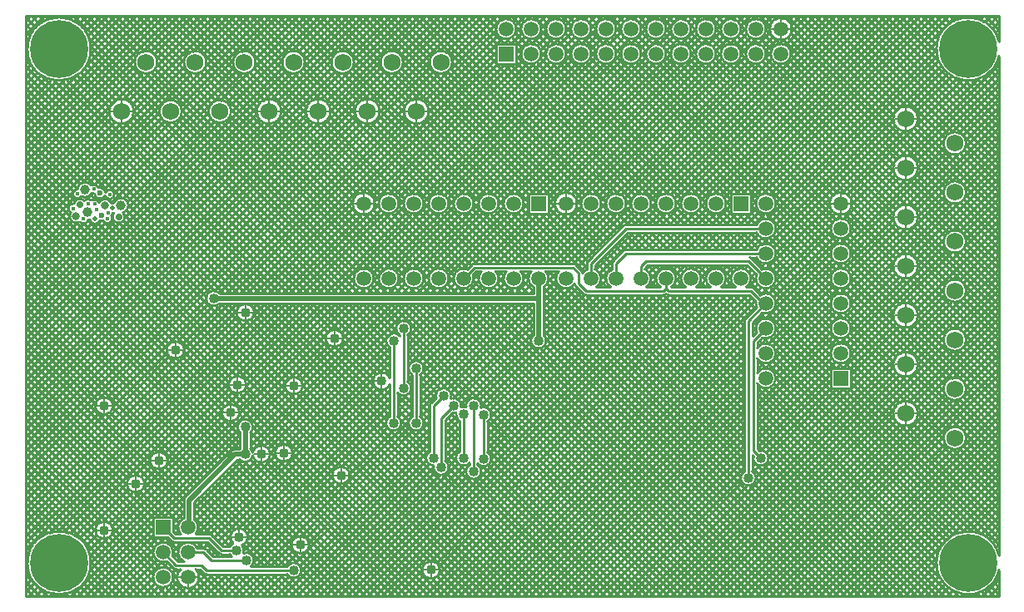
<source format=gbl>
%FSAX42Y42*%
%MOMM*%
G71*
G01*
G75*
G04 Layer_Physical_Order=2*
G04 Layer_Color=16711680*
%ADD10R,1.30X1.05*%
%ADD11R,0.80X0.90*%
%ADD12O,0.55X1.75*%
%ADD13O,1.75X0.55*%
%ADD14R,0.90X0.80*%
%ADD15R,2.20X2.50*%
%ADD16R,2.00X0.50*%
%ADD17R,0.90X1.00*%
%ADD18C,0.51*%
%ADD19C,0.25*%
%ADD20C,0.60*%
%ADD21C,0.40*%
%ADD22C,1.00*%
%ADD23C,0.70*%
%ADD24C,0.50*%
%ADD25C,0.80*%
%ADD26C,5.89*%
%ADD27R,1.50X1.50*%
%ADD28C,1.50*%
%ADD29R,1.50X1.50*%
%ADD30C,1.50*%
%ADD31R,1.50X1.50*%
%ADD32C,1.75*%
%ADD33R,1.50X1.50*%
%ADD34C,1.02*%
%ADD35C,0.20*%
D18*
X010338Y010897D02*
X010338Y010897D01*
X007036Y010693D02*
X010338D01*
Y010262D02*
Y010693D01*
Y010897D01*
X007250Y009105D02*
X007355D01*
X006782Y008636D02*
X007250Y009105D01*
X006782Y008371D02*
Y008636D01*
X006773Y008362D02*
X006782Y008371D01*
X007355Y009105D02*
Y009384D01*
D19*
X012915Y013437D02*
G03*
X012915Y013437I-000113J000000D01*
G01*
X015020Y013309D02*
G03*
X015020Y013158I-000313J-000075D01*
G01*
X012904Y013183D02*
G03*
X012904Y013183I-000102J000000D01*
G01*
X012650Y013437D02*
G03*
X012650Y013437I-000102J000000D01*
G01*
Y013183D02*
G03*
X012650Y013183I-000102J000000D01*
G01*
X012396Y013437D02*
G03*
X012396Y013437I-000102J000000D01*
G01*
Y013183D02*
G03*
X012396Y013183I-000102J000000D01*
G01*
X014197Y012522D02*
G03*
X014197Y012522I-000126J000000D01*
G01*
X014687Y012272D02*
G03*
X014687Y012272I-000115J000000D01*
G01*
X014197Y012022D02*
G03*
X014197Y012022I-000126J000000D01*
G01*
X014687Y011772D02*
G03*
X014687Y011772I-000115J000000D01*
G01*
Y011272D02*
G03*
X014687Y011272I-000115J000000D01*
G01*
X014197Y011522D02*
G03*
X014197Y011522I-000126J000000D01*
G01*
X013524Y011659D02*
G03*
X013524Y011659I-000113J000000D01*
G01*
X012752D02*
G03*
X012752Y011659I-000102J000000D01*
G01*
X012244Y011659D02*
G03*
X012244Y011659I-000102J000000D01*
G01*
X013514Y011405D02*
G03*
X013514Y011405I-000102J000000D01*
G01*
X012555Y011364D02*
G03*
X012752Y011405I000094J000040D01*
G01*
X013514Y011151D02*
G03*
X013514Y011151I-000102J000000D01*
G01*
X012752Y011405D02*
G03*
X012555Y011445I-000102J000000D01*
G01*
X012555Y011110D02*
G03*
X012752Y011151I000094J000040D01*
G01*
D02*
G03*
X012555Y011191I-000102J000000D01*
G01*
X012500Y011103D02*
G03*
X012489Y011110I-000028J-000028D01*
G01*
X012500Y011103D02*
G03*
X012489Y011110I-000028J-000028D01*
G01*
X011888Y013437D02*
G03*
X011888Y013437I-000102J000000D01*
G01*
X011380D02*
G03*
X011380Y013437I-000102J000000D01*
G01*
X012142D02*
G03*
X012142Y013437I-000102J000000D01*
G01*
Y013183D02*
G03*
X012142Y013183I-000102J000000D01*
G01*
X011888D02*
G03*
X011888Y013183I-000102J000000D01*
G01*
X011634Y013437D02*
G03*
X011634Y013437I-000102J000000D01*
G01*
Y013183D02*
G03*
X011634Y013183I-000102J000000D01*
G01*
X011380D02*
G03*
X011380Y013183I-000102J000000D01*
G01*
X011126D02*
G03*
X011126Y013183I-000102J000000D01*
G01*
Y013437D02*
G03*
X011126Y013437I-000102J000000D01*
G01*
X010872D02*
G03*
X010872Y013437I-000102J000000D01*
G01*
X010618D02*
G03*
X010618Y013437I-000102J000000D01*
G01*
X010364D02*
G03*
X010364Y013437I-000102J000000D01*
G01*
X010110D02*
G03*
X010110Y013437I-000102J000000D01*
G01*
X010872Y013183D02*
G03*
X010872Y013183I-000102J000000D01*
G01*
X010618D02*
G03*
X010618Y013183I-000102J000000D01*
G01*
X010364D02*
G03*
X010364Y013183I-000102J000000D01*
G01*
X011990Y011659D02*
G03*
X011990Y011659I-000102J000000D01*
G01*
X011736D02*
G03*
X011736Y011659I-000102J000000D01*
G01*
X011482D02*
G03*
X011482Y011659I-000102J000000D01*
G01*
X011228D02*
G03*
X011228Y011659I-000102J000000D01*
G01*
X011227Y011445D02*
G03*
X011198Y011433I000000J-000040D01*
G01*
X011227Y011445D02*
G03*
X011198Y011433I000000J-000040D01*
G01*
X011227Y011191D02*
G03*
X011198Y011179I000000J-000040D01*
G01*
X011227Y011191D02*
G03*
X011198Y011179I000000J-000040D01*
G01*
X011097Y011077D02*
G03*
X011085Y011049I000028J-000028D01*
G01*
X011097Y011077D02*
G03*
X011085Y011049I000028J-000028D01*
G01*
X010843Y011077D02*
G03*
X010831Y011049I000028J-000028D01*
G01*
X010843Y011077D02*
G03*
X010831Y011049I000028J-000028D01*
G01*
X010974Y011659D02*
G03*
X010974Y011659I-000102J000000D01*
G01*
X010730D02*
G03*
X010730Y011659I-000113J000000D01*
G01*
X010716Y011037D02*
G03*
X010688Y011049I-000028J-000028D01*
G01*
X010716Y011037D02*
G03*
X010688Y011049I-000028J-000028D01*
G01*
X010186Y011659D02*
G03*
X010186Y011659I-000102J000000D01*
G01*
X009932D02*
G03*
X009932Y011659I-000102J000000D01*
G01*
X014687Y010772D02*
G03*
X014687Y010772I-000115J000000D01*
G01*
X014197Y011022D02*
G03*
X014197Y011022I-000126J000000D01*
G01*
Y010522D02*
G03*
X014197Y010522I-000126J000000D01*
G01*
X014687Y010272D02*
G03*
X014687Y010272I-000115J000000D01*
G01*
X013514Y010897D02*
G03*
X013514Y010897I-000102J000000D01*
G01*
Y010643D02*
G03*
X013514Y010643I-000102J000000D01*
G01*
Y010389D02*
G03*
X013514Y010389I-000102J000000D01*
G01*
Y010135D02*
G03*
X013514Y010135I-000102J000000D01*
G01*
X014687Y009772D02*
G03*
X014687Y009772I-000115J000000D01*
G01*
Y009272D02*
G03*
X014687Y009272I-000115J000000D01*
G01*
X014197Y009522D02*
G03*
X014197Y009522I-000126J000000D01*
G01*
X015020Y008076D02*
G03*
X015020Y007926I-000313J-000075D01*
G01*
X014197Y010022D02*
G03*
X014197Y010022I-000126J000000D01*
G01*
X012752Y010897D02*
G03*
X012611Y010992I-000102J000000D01*
G01*
X012449Y010810D02*
G03*
X012498Y010897I-000054J000087D01*
G01*
D02*
G03*
X012341Y010810I-000102J000000D01*
G01*
X012554Y010935D02*
G03*
X012752Y010897I000095J-000038D01*
G01*
X012195Y010810D02*
G03*
X012244Y010897I-000054J000087D01*
G01*
D02*
G03*
X012087Y010810I-000102J000000D01*
G01*
X012525Y010798D02*
G03*
X012497Y010810I-000028J-000028D01*
G01*
X012525Y010798D02*
G03*
X012497Y010810I-000028J-000028D01*
G01*
X011990Y010897D02*
G03*
X011833Y010810I-000102J000000D01*
G01*
X011941D02*
G03*
X011990Y010897I-000054J000087D01*
G01*
X011433Y010810D02*
G03*
X011482Y010897I-000054J000087D01*
G01*
X011687Y010810D02*
G03*
X011736Y010897I-000054J000087D01*
G01*
D02*
G03*
X011579Y010810I-000102J000000D01*
G01*
X011482Y010897D02*
G03*
X011419Y010991I-000102J000000D01*
G01*
X010831D02*
G03*
X010784Y010951I000040J-000094D01*
G01*
X010974Y010897D02*
G03*
X010911Y010991I-000102J000000D01*
G01*
X010784Y010952D02*
G03*
X010773Y010980I-000040J000000D01*
G01*
X010784Y010952D02*
G03*
X010773Y010980I-000040J000000D01*
G01*
X010440Y010897D02*
G03*
X010411Y010968I-000102J000000D01*
G01*
X010186Y010897D02*
G03*
X010157Y010968I-000102J000000D01*
G01*
X009932Y010897D02*
G03*
X009903Y010968I-000102J000000D01*
G01*
X010925Y010810D02*
G03*
X010974Y010897I-000054J000087D01*
G01*
X010704Y010843D02*
G03*
X010716Y010817I000040J000003D01*
G01*
X011085Y010991D02*
G03*
X011071Y010810I000040J-000094D01*
G01*
X010544Y010968D02*
G03*
X010704Y010843I000073J-000072D01*
G01*
X010704Y010843D02*
G03*
X010716Y010817I000040J000003D01*
G01*
X010265Y010968D02*
G03*
X010285Y010809I000073J-000072D01*
G01*
X010391Y010809D02*
G03*
X010440Y010897I-000053J000088D01*
G01*
X010011Y010968D02*
G03*
X010186Y010897I000073J-000072D01*
G01*
X009757Y010968D02*
G03*
X009932Y010897I000073J-000072D01*
G01*
X012752Y010643D02*
G03*
X012594Y010729I-000102J000000D01*
G01*
X012611Y010548D02*
G03*
X012752Y010643I000038J000095D01*
G01*
X012548Y010661D02*
G03*
X012554Y010604I000101J-000019D01*
G01*
X012752Y010389D02*
G03*
X012554Y010350I-000102J000000D01*
G01*
X012611Y010294D02*
G03*
X012752Y010389I000038J000095D01*
G01*
Y010135D02*
G03*
X012562Y010189I-000102J000000D01*
G01*
X011608Y010729D02*
G03*
X011633Y010739I000000J000040D01*
G01*
D02*
G03*
X011659Y010729I000025J000031D01*
G01*
X011608D02*
G03*
X011633Y010739I000000J000040D01*
G01*
D02*
G03*
X011659Y010729I000025J000031D01*
G01*
X012443Y010493D02*
G03*
X012431Y010465I000028J-000028D01*
G01*
X012443Y010493D02*
G03*
X012431Y010465I000028J-000028D01*
G01*
X012562Y010080D02*
G03*
X012752Y010135I000087J000054D01*
G01*
Y009881D02*
G03*
X012562Y009935I-000102J000000D01*
G01*
Y009826D02*
G03*
X012752Y009881I000087J000054D01*
G01*
X012523Y009087D02*
G03*
X012677Y009068I000076J-000019D01*
G01*
D02*
G03*
X012579Y009144I-000078J000000D01*
G01*
X012431Y008932D02*
G03*
X012550Y008865I000040J-000067D01*
G01*
D02*
G03*
X012512Y008932I-000078J000000D01*
G01*
X010792Y010741D02*
G03*
X010820Y010729I000028J000028D01*
G01*
X010792Y010741D02*
G03*
X010820Y010729I000028J000028D01*
G01*
X010416Y010262D02*
G03*
X010391Y010319I-000078J000000D01*
G01*
X010285D02*
G03*
X010416Y010262I000053J-000058D01*
G01*
X009857Y009508D02*
G03*
X009753Y009581I-000078J000000D01*
G01*
X009819Y009440D02*
G03*
X009857Y009508I-000040J000067D01*
G01*
Y009060D02*
G03*
X009819Y009127I-000078J000000D01*
G01*
X009753Y009581D02*
G03*
X009756Y009601I-000076J000020D01*
G01*
X009718Y009012D02*
G03*
X009857Y009060I000061J000048D01*
G01*
X009756Y008931D02*
G03*
X009718Y008998I-000078J000000D01*
G01*
X009461Y013098D02*
G03*
X009461Y013098I-000115J000000D01*
G01*
X008961D02*
G03*
X008961Y013098I-000115J000000D01*
G01*
X009222Y012598D02*
G03*
X009222Y012598I-000126J000000D01*
G01*
X009678Y011659D02*
G03*
X009678Y011659I-000102J000000D01*
G01*
X009424D02*
G03*
X009424Y011659I-000102J000000D01*
G01*
X009170D02*
G03*
X009170Y011659I-000102J000000D01*
G01*
X008916D02*
G03*
X008916Y011659I-000102J000000D01*
G01*
X008722Y012598D02*
G03*
X008722Y012598I-000126J000000D01*
G01*
X008461Y013098D02*
G03*
X008461Y013098I-000115J000000D01*
G01*
X008673Y011659D02*
G03*
X008673Y011659I-000113J000000D01*
G01*
X009688Y011049D02*
G03*
X009659Y011037I000000J-000040D01*
G01*
X009688Y011049D02*
G03*
X009659Y011037I000000J-000040D01*
G01*
X009424Y010897D02*
G03*
X009424Y010897I-000102J000000D01*
G01*
X009170D02*
G03*
X009170Y010897I-000102J000000D01*
G01*
X009614Y010992D02*
G03*
X009678Y010897I-000038J-000095D01*
G01*
D02*
G03*
X009671Y010935I-000102J000000D01*
G01*
X009006Y010321D02*
G03*
X009044Y010389I-000040J000067D01*
G01*
X009133Y009915D02*
G03*
X009171Y009982I-000040J000067D01*
G01*
D02*
G03*
X009053Y009915I-000078J000000D01*
G01*
X008916Y010897D02*
G03*
X008916Y010897I-000102J000000D01*
G01*
X008662D02*
G03*
X008662Y010897I-000102J000000D01*
G01*
X009044Y010389D02*
G03*
X008926Y010321I-000078J000000D01*
G01*
Y010310D02*
G03*
X008824Y010194I-000061J-000048D01*
G01*
X008352Y010287D02*
G03*
X008352Y010287I-000089J000000D01*
G01*
X007961Y013098D02*
G03*
X007961Y013098I-000115J000000D01*
G01*
X007461D02*
G03*
X007461Y013098I-000115J000000D01*
G01*
X006961D02*
G03*
X006961Y013098I-000115J000000D01*
G01*
X006461D02*
G03*
X006461Y013098I-000115J000000D01*
G01*
X008222Y012598D02*
G03*
X008222Y012598I-000126J000000D01*
G01*
X007722D02*
G03*
X007722Y012598I-000126J000000D01*
G01*
X007211D02*
G03*
X007211Y012598I-000115J000000D01*
G01*
X006711D02*
G03*
X006711Y012598I-000115J000000D01*
G01*
X006222D02*
G03*
X006222Y012598I-000126J000000D01*
G01*
X005783Y013233D02*
G03*
X005783Y013233I-000322J000000D01*
G01*
X006114Y011567D02*
G03*
X006168Y011641I-000023J000074D01*
G01*
X006114Y011567D02*
G03*
X006168Y011641I-000023J000074D01*
G01*
X006130Y011524D02*
G03*
X006114Y011567I-000062J000000D01*
G01*
X006168Y011641D02*
G03*
X006017Y011664I-000077J000000D01*
G01*
X006168Y011641D02*
G03*
X006017Y011664I-000077J000000D01*
G01*
X006130Y011524D02*
G03*
X006114Y011567I-000062J000000D01*
G01*
X006018Y011562D02*
G03*
X006130Y011524I000050J-000038D01*
G01*
X006018Y011562D02*
G03*
X006130Y011524I000050J-000038D01*
G01*
X006017Y011664D02*
G03*
X005992Y011663I-000010J-000051D01*
G01*
X006017Y011664D02*
G03*
X005992Y011663I-000010J-000051D01*
G01*
X006024Y011753D02*
G03*
X005934Y011774I-000047J000000D01*
G01*
X005930Y011742D02*
G03*
X006024Y011753I000046J000010D01*
G01*
D02*
G03*
X005934Y011774I-000047J000000D01*
G01*
X005930Y011742D02*
G03*
X006024Y011753I000046J000010D01*
G01*
X006008Y011560D02*
G03*
X006018Y011562I-000001J000052D01*
G01*
X006008Y011560D02*
G03*
X006018Y011562I-000001J000052D01*
G01*
X005994Y011533D02*
G03*
X006008Y011560I-000032J000035D01*
G01*
X005994Y011533D02*
G03*
X006008Y011560I-000032J000035D01*
G01*
X006004Y011504D02*
G03*
X005994Y011533I-000047J000000D01*
G01*
X006004Y011504D02*
G03*
X005994Y011533I-000047J000000D01*
G01*
X005912Y011487D02*
G03*
X006004Y011504I000044J000017D01*
G01*
X005912Y011487D02*
G03*
X006004Y011504I000044J000017D01*
G01*
X007446Y010550D02*
G03*
X007446Y010550I-000089J000000D01*
G01*
X007093Y010746D02*
G03*
X007093Y010641I-000058J-000053D01*
G01*
X006735Y010168D02*
G03*
X006735Y010168I-000089J000000D01*
G01*
X005934Y011774D02*
G03*
X005862Y011820I-000057J-000009D01*
G01*
X005934Y011774D02*
G03*
X005862Y011820I-000057J-000009D01*
G01*
X005794Y011764D02*
G03*
X005821Y011759I000023J000041D01*
G01*
X005794Y011764D02*
G03*
X005821Y011759I000023J000041D01*
G01*
X005862Y011820D02*
G03*
X005789Y011845I-000045J-000015D01*
G01*
X005862Y011820D02*
G03*
X005789Y011845I-000045J-000015D01*
G01*
X005821Y011759D02*
G03*
X005930Y011742I000057J000007D01*
G01*
X005992Y011663D02*
G03*
X005869Y011672I-000064J-000022D01*
G01*
X005992Y011663D02*
G03*
X005869Y011672I-000064J-000022D01*
G01*
X005821Y011759D02*
G03*
X005930Y011742I000057J000007D01*
G01*
X005869Y011672D02*
G03*
X005791Y011690I-000045J-000016D01*
G01*
X005869Y011672D02*
G03*
X005791Y011690I-000045J-000016D01*
G01*
X005789Y011845D02*
G03*
X005648Y011805I-000064J-000044D01*
G01*
X005789Y011845D02*
G03*
X005648Y011805I-000064J-000044D01*
G01*
D02*
G03*
X005687Y011733I-000001J-000047D01*
G01*
X005648Y011805D02*
G03*
X005687Y011733I-000001J-000047D01*
G01*
D02*
G03*
X005794Y011764I000038J000067D01*
G01*
X005791Y011690D02*
G03*
X005719Y011689I-000036J-000031D01*
G01*
X005791Y011690D02*
G03*
X005719Y011689I-000036J-000031D01*
G01*
X005687Y011733D02*
G03*
X005794Y011764I000038J000067D01*
G01*
X005719Y011689D02*
G03*
X005613Y011657I-000045J-000043D01*
G01*
X005719Y011689D02*
G03*
X005613Y011657I-000045J-000043D01*
G01*
X005877Y011487D02*
G03*
X005912Y011487I000019J000054D01*
G01*
X005877Y011487D02*
G03*
X005912Y011487I000019J000054D01*
G01*
X005775Y011495D02*
G03*
X005877Y011487I000052J000008D01*
G01*
X005775Y011495D02*
G03*
X005877Y011487I000052J000008D01*
G01*
X005613Y011657D02*
G03*
X005581Y011568I-000010J-000046D01*
G01*
X005613Y011657D02*
G03*
X005581Y011568I-000010J-000046D01*
G01*
D02*
G03*
X005672Y011472I000055J-000039D01*
G01*
X005581Y011568D02*
G03*
X005672Y011472I000055J-000039D01*
G01*
X005757Y011492D02*
G03*
X005775Y011495I-000003J000077D01*
G01*
X005757Y011492D02*
G03*
X005775Y011495I-000003J000077D01*
G01*
X005672Y011472D02*
G03*
X005757Y011492I000038J000029D01*
G01*
X005672Y011472D02*
G03*
X005757Y011492I000038J000029D01*
G01*
X009756Y009601D02*
G03*
X009601Y009587I-000078J000000D01*
G01*
D02*
G03*
X009551Y009587I-000025J-000074D01*
G01*
D02*
G03*
X009552Y009601I-000077J000015D01*
G01*
X009451Y009703D02*
G03*
X009297Y009684I-000078J000000D01*
G01*
X009445Y009674D02*
G03*
X009451Y009703I-000073J000029D01*
G01*
X009552Y009601D02*
G03*
X009445Y009674I-000078J000000D01*
G01*
X009044Y009779D02*
G03*
X009006Y009846I-000078J000000D01*
G01*
X008905Y009731D02*
G03*
X009044Y009779I000061J000048D01*
G01*
X009243Y009630D02*
G03*
X009231Y009601I000028J-000028D01*
G01*
X009243Y009630D02*
G03*
X009231Y009601I000028J-000028D01*
G01*
X009455Y009525D02*
G03*
X009499Y009527I000019J000076D01*
G01*
D02*
G03*
X009536Y009445I000077J-000015D01*
G01*
X008824Y009884D02*
G03*
X008824Y009818I-000083J-000033D01*
G01*
X007938Y009804D02*
G03*
X007938Y009804I-000089J000000D01*
G01*
X009536Y009135D02*
G03*
X009637Y009019I000040J-000067D01*
G01*
Y008998D02*
G03*
X009756Y008931I000040J-000067D01*
G01*
X009271Y008990D02*
G03*
X009425Y008973I000076J-000017D01*
G01*
D02*
G03*
X009389Y009038I-000078J000000D01*
G01*
X009171Y009423D02*
G03*
X009133Y009491I-000078J000000D01*
G01*
X009053D02*
G03*
X009171Y009423I000040J-000067D01*
G01*
X008824Y009491D02*
G03*
X008943Y009423I000040J-000067D01*
G01*
D02*
G03*
X008905Y009491I-000078J000000D01*
G01*
X009231Y009135D02*
G03*
X009271Y008990I000040J-000067D01*
G01*
X009335Y007928D02*
G03*
X009335Y007928I-000089J000000D01*
G01*
X008418Y008892D02*
G03*
X008418Y008892I-000089J000000D01*
G01*
X007836Y009119D02*
G03*
X007836Y009119I-000089J000000D01*
G01*
X008005Y008184D02*
G03*
X008005Y008184I-000089J000000D01*
G01*
X007432Y009090D02*
G03*
X007607Y009109I000087J000019D01*
G01*
D02*
G03*
X007431Y009123I-000089J000000D01*
G01*
X007444Y008026D02*
G03*
X007337Y008099I-000078J000000D01*
G01*
X007927Y007925D02*
G03*
X007781Y007965I-000078J000000D01*
G01*
Y007885D02*
G03*
X007927Y007925I000067J000040D01*
G01*
X007414Y007965D02*
G03*
X007444Y008026I-000048J000061D01*
G01*
X007433Y009384D02*
G03*
X007302Y009326I-000078J000000D01*
G01*
X007364Y009815D02*
G03*
X007364Y009815I-000089J000000D01*
G01*
X007295Y009529D02*
G03*
X007295Y009529I-000089J000000D01*
G01*
X007407Y009326D02*
G03*
X007433Y009384I-000053J000058D01*
G01*
X007297Y009052D02*
G03*
X007432Y009090I000058J000053D01*
G01*
X007431Y009123D02*
G03*
X007407Y009162I-000076J-000019D01*
G01*
X007250Y009157D02*
G03*
X007213Y009142I000000J-000053D01*
G01*
X007250Y009157D02*
G03*
X007213Y009142I000000J-000053D01*
G01*
X006566Y009042D02*
G03*
X006566Y009042I-000089J000000D01*
G01*
X006851Y008295D02*
G03*
X006876Y008362I-000077J000067D01*
G01*
X007383Y008264D02*
G03*
X007232Y008199I-000089J000000D01*
G01*
X006876Y008362D02*
G03*
X006835Y008444I-000102J000000D01*
G01*
X006745Y008673D02*
G03*
X006729Y008636I000037J-000037D01*
G01*
X006330Y008806D02*
G03*
X006330Y008806I-000089J000000D01*
G01*
X006744Y008673D02*
G03*
X006729Y008636I000037J-000037D01*
G01*
Y008455D02*
G03*
X006697Y008294I000044J-000092D01*
G01*
X006009Y009599D02*
G03*
X006009Y009599I-000089J000000D01*
G01*
Y008333D02*
G03*
X006009Y008333I-000089J000000D01*
G01*
X007323Y008180D02*
G03*
X007383Y008264I-000029J000084D01*
G01*
X007343Y008128D02*
G03*
X007323Y008180I-000078J000000D01*
G01*
X007232Y008199D02*
G03*
X007197Y008168I000032J-000071D01*
G01*
X007337Y008099D02*
G03*
X007343Y008128I-000073J000029D01*
G01*
X007084Y008100D02*
G03*
X007112Y008088I000028J000028D01*
G01*
X007197D02*
G03*
X007216Y008067I000067J000040D01*
G01*
X007084Y008100D02*
G03*
X007112Y008088I000028J000028D01*
G01*
X007013Y008283D02*
G03*
X006985Y008295I-000028J-000028D01*
G01*
X007013Y008283D02*
G03*
X006985Y008295I-000028J-000028D01*
G01*
X006957Y008137D02*
G03*
X006928Y008148I-000028J-000028D01*
G01*
X006957Y008137D02*
G03*
X006928Y008148I-000028J-000028D01*
G01*
X006931Y007896D02*
G03*
X006960Y007885I000028J000028D01*
G01*
X006931Y007896D02*
G03*
X006960Y007885I000028J000028D01*
G01*
X006868Y008148D02*
G03*
X006729Y008016I-000094J-000040D01*
G01*
X006695Y007935D02*
G03*
X006886Y007854I000079J-000081D01*
G01*
D02*
G03*
X006852Y007935I-000113J000000D01*
G01*
X006624Y007947D02*
G03*
X006652Y007935I000028J000028D01*
G01*
X006624Y007947D02*
G03*
X006652Y007935I000028J000028D01*
G01*
X006599Y008226D02*
G03*
X006627Y008214I000028J000028D01*
G01*
X006599Y008226D02*
G03*
X006627Y008214I000028J000028D01*
G01*
X006622Y008108D02*
G03*
X006558Y008013I-000102J000000D01*
G01*
X006614Y008070D02*
G03*
X006622Y008108I-000095J000038D01*
G01*
Y007854D02*
G03*
X006622Y007854I-000102J000000D01*
G01*
X005783Y008001D02*
G03*
X005783Y008001I-000322J000000D01*
G01*
X014874Y013509D02*
X014937Y013572D01*
X014949D02*
X015020Y013502D01*
X014826Y013533D02*
X014865Y013572D01*
X014877D02*
X015020Y013430D01*
Y013309D02*
Y013572D01*
X014915Y013479D02*
X015009Y013572D01*
X014734D02*
X014754Y013552D01*
X014770Y013549D02*
X014793Y013572D01*
X014518D02*
X014567Y013524D01*
X014806Y013572D02*
X014862Y013515D01*
X014446Y013572D02*
X014521Y013497D01*
X014951Y013443D02*
X015020Y013511D01*
X014982Y013401D02*
X015020Y013439D01*
X014705Y013555D02*
X014721Y013572D01*
X015006Y013353D02*
X015020Y013367D01*
X014989Y013389D02*
X015020Y013358D01*
X014622Y013544D02*
X014650Y013572D01*
X014662D02*
X014680Y013554D01*
X014590Y013572D02*
X014619Y013543D01*
X014375Y013572D02*
X014482Y013464D01*
X014303Y013572D02*
X014449Y013426D01*
X012906Y013481D02*
X012997Y013572D01*
X012913Y013416D02*
X013069Y013572D01*
X012876Y013522D02*
X012925Y013572D01*
X014231D02*
X014421Y013382D01*
X014159Y013572D02*
X014400Y013331D01*
X012794Y013572D02*
X012817Y013549D01*
X012828Y013547D02*
X012854Y013572D01*
X012722D02*
X012755Y013540D01*
X012845Y013276D02*
X013141Y013572D01*
X012743Y013533D02*
X012782Y013572D01*
X012780Y013283D02*
X012823Y013325D01*
X012728Y013351D02*
X012794Y013285D01*
X012650Y013572D02*
X012714Y013508D01*
X012650Y013440D02*
X012705Y013495D01*
X012650Y013429D02*
X012716Y013363D01*
X013800Y013572D02*
X015020Y012352D01*
X013728Y013572D02*
X015020Y012280D01*
X013872Y013572D02*
X015020Y012424D01*
X013584Y013572D02*
X015020Y012137D01*
X013512Y013572D02*
X015020Y012065D01*
X013656Y013572D02*
X015020Y012208D01*
X013369Y013572D02*
X014555Y012386D01*
X013441Y013572D02*
X015020Y011993D01*
X013225Y013572D02*
X014470Y012327D01*
X012729Y011723D02*
X014578Y013572D01*
X012688Y011754D02*
X014506Y013572D01*
X014997Y013094D02*
X015020Y013070D01*
X013944Y013572D02*
X014412Y013104D01*
X013297Y013572D02*
X014504Y012365D01*
X012914Y013452D02*
X014502Y011864D01*
X012905Y013390D02*
X014469Y011825D01*
X012742Y011449D02*
X014407Y013114D01*
X012751Y011673D02*
X014396Y013318D01*
X012781Y013082D02*
X014501Y011363D01*
X012644Y013147D02*
X014468Y011323D01*
X014015Y013572D02*
X014386Y013201D01*
X014087Y013572D02*
X014387Y013272D01*
X013153Y013572D02*
X014078Y012648D01*
X013081Y013572D02*
X014018Y012636D01*
X013010Y013572D02*
X013977Y012605D01*
X012904Y013191D02*
X013285Y013572D01*
X012938D02*
X013951Y012558D01*
X012884Y013243D02*
X013213Y013572D01*
X012873Y013349D02*
X014075Y012148D01*
X012866Y013572D02*
X013951Y012487D01*
X012825Y013326D02*
X014016Y012135D01*
X012904Y013175D02*
X013976Y012103D01*
X012884Y013122D02*
X013951Y012056D01*
X012709Y011488D02*
X014391Y013170D01*
X012845Y013090D02*
X013952Y011983D01*
X012644Y013218D02*
X012758Y013332D01*
X012643Y013146D02*
X012702Y013204D01*
X012643Y013220D02*
X012701Y013162D01*
X012656Y011507D02*
X014385Y013235D01*
X012532Y013538D02*
X012566Y013572D01*
X012594Y013528D02*
X012638Y013572D01*
X012507D02*
X012540Y013539D01*
X012632Y013494D02*
X012710Y013572D01*
X012565Y013284D02*
X012692Y013410D01*
X012579Y013572D02*
X012691Y013460D01*
X012391Y013469D02*
X012494Y013572D01*
X012435D02*
X012487Y013519D01*
X012408Y011761D02*
X014219Y013572D01*
X012336Y011761D02*
X014147Y013572D01*
X012630Y013376D02*
X012741Y013265D01*
X012614Y013261D02*
X012716Y013363D01*
X012527Y013336D02*
X012585Y013278D01*
X012591Y013344D02*
X012709Y013226D01*
X012390Y013401D02*
X012512Y013279D01*
X012396Y013186D02*
X012544Y013334D01*
X012378Y013240D02*
X012490Y013352D01*
X012109Y013107D02*
X013453Y011764D01*
X012062Y013083D02*
X013378Y011767D01*
X012363Y013512D02*
X012422Y013572D01*
X012363D02*
X012455Y013480D01*
X012315Y013537D02*
X012351Y013572D01*
X012389Y013474D02*
X012447Y013416D01*
X012385Y013391D02*
X012446Y013452D01*
X012219Y013572D02*
X012258Y013533D01*
X012291Y013572D02*
X012331Y013532D01*
X012147Y013572D02*
X012216Y013503D01*
X012142Y013435D02*
X012279Y013572D01*
X012340Y013274D02*
X012456Y013390D01*
X012360Y013359D02*
X012470Y013249D01*
X012278Y013284D02*
X012339Y013345D01*
X012312Y013336D02*
X012447Y013201D01*
X012142Y013434D02*
X012291Y013285D01*
X012125Y013379D02*
X012236Y013268D01*
X012109Y013258D02*
X012218Y013367D01*
X010974Y013093D02*
X012306Y011761D01*
X012137Y013215D02*
X012262Y013339D01*
X012479Y011761D02*
X014290Y013572D01*
X012618Y011756D02*
X014434Y013572D01*
X012117Y011758D02*
X013931Y013572D01*
X012223Y011720D02*
X014075Y013572D01*
X012498Y011707D02*
X014362Y013572D01*
X012183Y011752D02*
X014003Y013572D01*
X011679Y011750D02*
X013500Y013572D01*
X011953Y011737D02*
X013787Y013572D01*
X011616Y011760D02*
X013428Y013572D01*
X011983Y011695D02*
X013859Y013572D01*
X011476Y011692D02*
X013356Y013572D01*
X012614Y013105D02*
X014072Y011648D01*
X012566Y013082D02*
X014014Y011634D01*
X012396Y013180D02*
X013974Y011602D01*
X012341Y013092D02*
X013954Y011478D01*
X012379Y013125D02*
X013950Y011554D01*
X011736Y011664D02*
X013644Y013572D01*
X011903Y011760D02*
X013716Y013572D01*
X011717Y011717D02*
X013572Y013572D01*
X011558Y013084D02*
X013391Y011251D01*
X011777Y013081D02*
X013363Y011495D01*
X011888Y013185D02*
X013333Y011740D01*
X011873Y013128D02*
X013305Y011696D01*
X011228Y011659D02*
X012709Y013140D01*
X011630Y013155D02*
X013325Y011460D01*
X011366Y013132D02*
X013314Y011184D01*
X011123Y013159D02*
X012565Y011717D01*
X011114Y011760D02*
X012470Y013116D01*
X011098Y013112D02*
X012450Y011761D01*
X010969Y011688D02*
X012447Y013165D01*
X010860Y013135D02*
X012293Y011702D01*
X011836Y013093D02*
X013303Y011626D01*
X011448Y011735D02*
X012793Y013081D01*
X011400Y011759D02*
X012741Y013100D01*
X011466Y013104D02*
X013343Y011227D01*
X011604Y013110D02*
X013309Y011405D01*
X011331Y013095D02*
X012667Y011760D01*
X011054Y013085D02*
X012378Y011761D01*
X010896Y011758D02*
X012236Y013098D01*
X011211Y011714D02*
X012584Y013087D01*
X011174Y011749D02*
X012512Y013087D01*
X014938Y013009D02*
X015020Y012927D01*
X014899Y012975D02*
X015020Y012855D01*
X014970Y013048D02*
X015020Y012999D01*
X014804Y012927D02*
X015020Y012711D01*
X014746Y012914D02*
X015020Y012639D01*
X014855Y012948D02*
X015020Y012783D01*
X014087Y012147D02*
X015020Y013080D01*
X014577Y012939D02*
X015020Y012496D01*
X014674Y012913D02*
X015020Y012568D01*
X014176Y012092D02*
X015020Y012936D01*
X014139Y012128D02*
X015020Y013008D01*
X014682Y012239D02*
X015020Y012577D01*
X014685Y012255D02*
X015020Y011921D01*
X014680Y012310D02*
X015020Y012649D01*
X014681Y011807D02*
X015020Y012146D01*
X014664Y012204D02*
X015020Y011849D01*
X014608Y012381D02*
X015020Y012793D01*
X014653Y012354D02*
X015020Y012721D01*
X014537Y012382D02*
X015020Y012865D01*
X014654Y011852D02*
X015020Y012218D01*
X014541Y011883D02*
X015020Y012362D01*
X014175Y012594D02*
X014539Y012958D01*
X014195Y012543D02*
X014587Y012934D01*
X014138Y012629D02*
X014497Y012989D01*
X014175Y012451D02*
X014642Y012918D01*
X014197Y012528D02*
X014457Y012269D01*
X014084Y012647D02*
X014461Y013025D01*
X014196Y012041D02*
X014462Y012307D01*
X014610Y011880D02*
X015020Y012290D01*
X014036Y012402D02*
X014552Y011886D01*
X014568Y012157D02*
X015020Y011705D01*
X014680Y011735D02*
X015020Y012074D01*
X014626Y012171D02*
X015020Y011777D01*
X014184Y011966D02*
X015020Y011131D01*
X014178Y011089D02*
X015020Y011931D01*
X014185Y012468D02*
X015020Y011634D01*
X014177Y011591D02*
X015020Y012433D01*
X014154Y012427D02*
X015020Y011562D01*
X014141Y011627D02*
X015020Y012505D01*
X014143Y011126D02*
X015020Y012002D01*
X014108Y012402D02*
X015020Y011490D01*
X014655Y011351D02*
X015020Y011715D01*
X014663Y011703D02*
X015020Y011346D01*
X014685Y011753D02*
X015020Y011418D01*
X014679Y011230D02*
X015020Y011571D01*
X014682Y011305D02*
X015020Y011643D01*
X014613Y011380D02*
X015020Y011787D01*
X014624Y011670D02*
X015020Y011274D01*
X014545Y011384D02*
X015020Y011859D01*
X014153Y011926D02*
X015020Y011059D01*
X014565Y011657D02*
X015020Y011203D01*
X014089Y011647D02*
X014605Y012162D01*
X014197Y012025D02*
X014457Y011765D01*
X014092Y011146D02*
X014609Y011664D01*
X014196Y011538D02*
X014461Y011803D01*
X013524Y011656D02*
X014790Y012922D01*
X014032Y011903D02*
X014550Y011385D01*
X013511Y011428D02*
X014001Y011918D01*
X013513Y011143D02*
X014534Y012163D01*
X013516Y011700D02*
X014069Y011148D01*
X014197Y011522D02*
X014457Y011262D01*
X014196Y011035D02*
X014460Y011299D01*
X013997Y011123D02*
X014536Y011663D01*
X013519Y011625D02*
X014012Y011133D01*
X013510Y011714D02*
X014707Y012911D01*
X013476Y011751D02*
X014143Y012419D01*
X013423Y011771D02*
X014051Y012398D01*
X013442Y011502D02*
X013947Y012007D01*
X013486Y011474D02*
X013966Y011954D01*
X011274Y013080D02*
X012604Y011750D01*
X012498Y011636D02*
X012552Y011689D01*
X013379Y011550D02*
X013423Y011506D01*
X013363Y011495D02*
X013413Y011546D01*
X012522Y011445D02*
X012635Y011557D01*
X012498Y011641D02*
X012633Y011506D01*
X012498Y011569D02*
X012584Y011483D01*
X012498Y011564D02*
X012554Y011620D01*
X012451Y011445D02*
X012585Y011579D01*
X011227Y011445D02*
X012555D01*
X012293Y011761D02*
X012498D01*
Y011713D02*
X012547Y011664D01*
X012243Y011668D02*
X012293Y011718D01*
X012498Y011556D02*
Y011761D01*
X012293Y011556D02*
Y011761D01*
X012241Y011683D02*
X012293Y011631D01*
X012235Y011617D02*
X012293Y011559D01*
X010942Y011732D02*
X012290Y013080D01*
X012091Y011445D02*
X012293Y011646D01*
X012490Y011556D02*
X012498Y011564D01*
X012439Y011556D02*
X012551Y011445D01*
X012379D02*
X012490Y011556D01*
X012367D02*
X012479Y011445D01*
X012307D02*
X012418Y011556D01*
X012295D02*
X012407Y011445D01*
X012293Y011556D02*
X012498D01*
X012235Y011445D02*
X012346Y011556D01*
X012163Y011445D02*
X012293Y011574D01*
X012151Y011557D02*
X012263Y011445D01*
X013465Y011238D02*
X014463Y012236D01*
X013500Y011201D02*
X014490Y012191D01*
X013408Y011253D02*
X014053Y011898D01*
X013493Y011580D02*
X013973Y011100D01*
X013449Y011552D02*
X013949Y011052D01*
X012750Y011385D02*
X014431Y013066D01*
X012726Y011218D02*
X013965Y012456D01*
X012684Y011247D02*
X013947Y012510D01*
X012750Y011169D02*
X014000Y012419D01*
X012750Y011676D02*
X013318Y011108D01*
X012616Y011308D02*
X012673Y011250D01*
X012610Y011245D02*
X012669Y011304D01*
X012487Y011364D02*
X012607Y011244D01*
X012484Y011191D02*
X012605Y011312D01*
X012343Y011364D02*
X012517Y011191D01*
X012415Y011364D02*
X012567Y011212D01*
X012340Y011191D02*
X012514Y011364D01*
X012272D02*
X012445Y011191D01*
X012268D02*
X012442Y011364D01*
X012203Y011577D02*
X012335Y011445D01*
X011243Y011364D02*
X012555D01*
X012125Y011191D02*
X012298Y011364D01*
X012056D02*
X012230Y011191D01*
X012053D02*
X012227Y011364D01*
X012489Y011110D02*
X012555D01*
X012556Y011047D02*
X012582Y011073D01*
X012520Y011083D02*
X012547Y011110D01*
X012197Y011191D02*
X012370Y011364D01*
X011227Y011191D02*
X012555D01*
X012128Y011364D02*
X012302Y011191D01*
X012412D02*
X012566Y011345D01*
X012200Y011364D02*
X012373Y011191D01*
X012030Y013539D02*
X012063Y013572D01*
X012089Y013526D02*
X012135Y013572D01*
X012004D02*
X012037Y013539D01*
X012076Y013572D02*
X012193Y013455D01*
X012126Y013491D02*
X012207Y013572D01*
X011932D02*
X011982Y013522D01*
X011645Y013572D02*
X011710Y013506D01*
X011857Y013510D02*
X011920Y013572D01*
X011620Y013488D02*
X011704Y013572D01*
X011884Y013465D02*
X011991Y013572D01*
X011860D02*
X011949Y013484D01*
X011788Y013572D02*
X011833Y013528D01*
X011811Y013536D02*
X011848Y013572D01*
X011716D02*
X011754Y013534D01*
X011877Y013484D02*
X011938Y013422D01*
X011870Y013379D02*
X011938Y013446D01*
X011585Y013524D02*
X011632Y013572D01*
X011573D02*
X011686Y013459D01*
X011527Y013539D02*
X011560Y013572D01*
X011634Y013430D02*
X011776Y013572D01*
X011429D02*
X011477Y013524D01*
X011501Y013572D02*
X011534Y013539D01*
X011352Y013507D02*
X011417Y013572D01*
X011377Y013461D02*
X011489Y013572D01*
X011357D02*
X011442Y013487D01*
X011226Y013525D02*
X011273Y013572D01*
X011307Y013535D02*
X011345Y013572D01*
X011214D02*
X011250Y013535D01*
X011285Y013572D02*
X011338Y013519D01*
X011080Y013522D02*
X011129Y013572D01*
X011142D02*
X011205Y013509D01*
X011360Y013497D02*
X011430Y013428D01*
X011125Y013424D02*
X011189Y013488D01*
X011126Y013444D02*
X011199Y013371D01*
X010998Y013572D02*
X011031Y013539D01*
X011025Y013539D02*
X011057Y013572D01*
X010926D02*
X010973Y013525D01*
X011114Y013485D02*
X011201Y013572D01*
X011070D02*
X011179Y013463D01*
X012061Y013283D02*
X012194Y013415D01*
X011883Y013405D02*
X012008Y013280D01*
X011855Y013361D02*
X011964Y013252D01*
X011872Y013237D02*
X011985Y013350D01*
X011835Y013272D02*
X011950Y013387D01*
X011634Y013439D02*
X011788Y013285D01*
X011776Y013285D02*
X011843Y013352D01*
X011557Y013282D02*
X011686Y013411D01*
X011619Y013382D02*
X011731Y013270D01*
X011603Y013256D02*
X011712Y013365D01*
X012087Y013346D02*
X012203Y013230D01*
X012025Y013335D02*
X012087Y013274D01*
X011888Y013181D02*
X012041Y013334D01*
X012131Y013230D02*
X012192Y013168D01*
X011630Y013211D02*
X011758Y013338D01*
X011808Y013337D02*
X011940Y013205D01*
X011582Y013347D02*
X011696Y013233D01*
X011614Y013243D02*
X011684Y013174D01*
X011376Y013409D02*
X011504Y013281D01*
X011273Y013285D02*
X011429Y013441D01*
X011350Y013364D02*
X011459Y013255D01*
X011331Y013270D02*
X011444Y013384D01*
X011112Y013386D02*
X011227Y013271D01*
X011212Y013358D02*
X011285Y013285D01*
X011053Y013281D02*
X011180Y013407D01*
X011098Y013253D02*
X011207Y013362D01*
X011077Y013349D02*
X011190Y013236D01*
X011366Y013234D02*
X011480Y013348D01*
X011523Y013335D02*
X011592Y013265D01*
X011304Y013338D02*
X011433Y013209D01*
X011380Y013176D02*
X011538Y013334D01*
X011123Y013207D02*
X011254Y013337D01*
X011020Y013334D02*
X011175Y013179D01*
X010972Y013271D02*
X011036Y013335D01*
X010846Y013504D02*
X010914Y013572D01*
X010854D02*
X010936Y013490D01*
X010803Y013533D02*
X010842Y013572D01*
X010870Y013456D02*
X010986Y013572D01*
X010870Y013456D02*
X010986Y013572D01*
X010782D02*
X010921Y013433D01*
X010711Y013572D02*
X010746Y013536D01*
X010729Y013530D02*
X010770Y013572D01*
X010639D02*
X010699Y013511D01*
X010608Y013481D02*
X010698Y013572D01*
X010363Y013452D02*
X010483Y013572D01*
X010616Y013418D02*
X010676Y013478D01*
X010617Y013450D02*
X010680Y013387D01*
X010575Y013520D02*
X010626Y013572D01*
X010495D02*
X010529Y013538D01*
X010521Y013539D02*
X010555Y013572D01*
X010423D02*
X010468Y013527D01*
X010567Y013572D02*
X010672Y013467D01*
X010229Y013534D02*
X010267Y013572D01*
X010299Y013532D02*
X010339Y013572D01*
X010208D02*
X010242Y013537D01*
X010280Y013572D02*
X010413Y013438D01*
X010341Y013502D02*
X010411Y013572D01*
X009992D02*
X010027Y013537D01*
X010136Y013572D02*
X010194Y013514D01*
X009920Y013572D02*
X009963Y013529D01*
X010101Y013478D02*
X010195Y013572D01*
X010064D02*
X010165Y013471D01*
X010351Y013572D02*
X010430Y013493D01*
X010107Y013412D02*
X010165Y013469D01*
X010070Y013518D02*
X010124Y013572D01*
X010108Y013456D02*
X010167Y013397D01*
X009849Y013572D02*
X009924Y013496D01*
X010018Y013538D02*
X010052Y013572D01*
X009777D02*
X009905Y013443D01*
X009980Y013285D02*
X010033Y013337D01*
X010771Y013285D02*
X010921Y013436D01*
X010869Y013413D02*
X011000Y013282D01*
X010720Y013347D02*
X010783Y013284D01*
X010844Y013366D02*
X010953Y013257D01*
X010826Y013268D02*
X010938Y013381D01*
X010549Y013279D02*
X010673Y013403D01*
X010606Y013389D02*
X010722Y013273D01*
X010362Y013417D02*
X010496Y013283D01*
X010592Y013250D02*
X010702Y013360D01*
X010572Y013351D02*
X010684Y013239D01*
X010860Y013231D02*
X010975Y013346D01*
X010800Y013339D02*
X010926Y013213D01*
X010616Y013202D02*
X010750Y013336D01*
X010871Y013170D02*
X010935Y013234D01*
X010616Y013202D02*
X010750Y013336D01*
X010475Y013276D02*
X010534Y013336D01*
X010354Y013227D02*
X010471Y013344D01*
X010517Y013334D02*
X010667Y013184D01*
X010267Y013285D02*
X010413Y013431D01*
X010222Y013342D02*
X010281Y013283D01*
X010110Y013271D02*
X010196Y013358D01*
X010339Y013369D02*
X010448Y013260D01*
X010321Y013266D02*
X010432Y013377D01*
X009705Y013572D02*
X009992Y013285D01*
X010052D02*
X010166Y013399D01*
X009908Y013285D02*
X009966Y013343D01*
X010100Y013392D02*
X010217Y013275D01*
X010067Y013353D02*
X010178Y013242D01*
X010362Y013164D02*
X010422Y013224D01*
X010362Y013202D02*
X010421Y013143D01*
X010296Y013340D02*
X010419Y013217D01*
X010110Y013080D02*
Y013285D01*
Y013199D02*
X010246Y013335D01*
X009905Y013285D02*
X010110D01*
X010014Y013334D02*
X010064Y013285D01*
X010110Y013239D02*
X010159Y013189D01*
X009905Y013080D02*
Y013285D01*
X012131Y013137D02*
X012192Y013198D01*
X011984Y011625D02*
X012042Y011682D01*
X011731Y011690D02*
X011788Y011632D01*
X011989Y011647D02*
X012191Y011445D01*
X011876D02*
X012048Y011617D01*
X011728Y011620D02*
X011904Y011445D01*
X011616Y013125D02*
X011684Y013192D01*
X011588Y011445D02*
X011786Y011642D01*
X011481Y011652D02*
X011688Y011445D01*
X011948D02*
X012080Y011577D01*
X011928Y011565D02*
X012048Y011445D01*
X011861Y011560D02*
X011976Y011445D01*
X012019D02*
X012131Y011557D01*
X011968Y011596D02*
X012119Y011445D01*
X011660D02*
X011809Y011593D01*
X011698Y011579D02*
X011832Y011445D01*
X011648Y011557D02*
X011760Y011445D01*
X011804D02*
X011921Y011562D01*
X011732Y011445D02*
X011850Y011563D01*
X011472Y011616D02*
X011532Y011676D01*
X011380Y013190D02*
X011453Y013117D01*
X011462Y011599D02*
X011617Y011445D01*
X011373D02*
X011541Y011613D01*
X011220Y011698D02*
X011279Y011639D01*
X010959Y011605D02*
X011023Y011670D01*
X010871Y013196D02*
X010934Y013133D01*
X011222Y011624D02*
X011401Y011445D01*
X011423Y011566D02*
X011545Y011445D01*
X011360Y011558D02*
X011473Y011445D01*
X011301D02*
X011422Y011565D01*
X011517Y011445D02*
X011628Y011556D01*
X011445Y011445D02*
X011575Y011575D01*
X011193Y011581D02*
X011329Y011445D01*
X011229D02*
X011346Y011562D01*
X011144Y011558D02*
X011257Y011445D01*
X011481Y011364D02*
X011655Y011191D01*
X011550D02*
X011724Y011364D01*
X011478Y011191D02*
X011652Y011364D01*
X011622Y011191D02*
X011796Y011364D01*
X011625D02*
X011799Y011191D01*
X011553Y011364D02*
X011727Y011191D01*
X011334D02*
X011508Y011364D01*
X011338D02*
X011511Y011191D01*
X011266Y011364D02*
X011440Y011191D01*
X011409Y011364D02*
X011583Y011191D01*
X011406D02*
X011580Y011364D01*
X011909Y011191D02*
X012083Y011364D01*
X011912D02*
X012086Y011191D01*
X011841Y011364D02*
X012014Y011191D01*
X011984Y011364D02*
X012158Y011191D01*
X011981D02*
X012155Y011364D01*
X011697D02*
X011871Y011191D01*
X011765D02*
X011939Y011364D01*
X011694Y011191D02*
X011867Y011364D01*
X011837Y011191D02*
X012011Y011364D01*
X011769D02*
X011942Y011191D01*
X011263D02*
X011436Y011364D01*
X011219Y011340D02*
X011368Y011191D01*
X011183Y011304D02*
X011296Y011191D01*
X011147Y011268D02*
X011224Y011191D01*
X011111Y011232D02*
X011181Y011162D01*
X010974Y011657D02*
X011198Y011432D01*
X010957Y011602D02*
X011162Y011396D01*
X010919Y011568D02*
X011126Y011361D01*
X010843Y011077D02*
X011198Y011433D01*
X010858Y011557D02*
X011090Y011325D01*
X011097Y011077D02*
X011198Y011179D01*
X011075Y011196D02*
X011145Y011126D01*
X011039Y011160D02*
X011109Y011090D01*
X011003Y011124D02*
X011085Y011042D01*
X010616Y013163D02*
X012059Y011720D01*
X010826Y013097D02*
X012165Y011758D01*
X010622Y011772D02*
X011964Y013113D01*
X010730Y011664D02*
X012202Y013136D01*
X010593Y013115D02*
X012039Y011669D01*
X010440Y011662D02*
X011940Y013161D01*
X010324Y011761D02*
X011696Y013133D01*
X010321Y013099D02*
X011664Y011756D01*
X010252Y011761D02*
X011589Y013098D01*
X010354Y013138D02*
X011793Y011699D01*
X010110Y013167D02*
X011554Y011723D01*
X010677Y011755D02*
X012008Y013085D01*
X010771Y013080D02*
X012099Y011752D01*
X010550Y013086D02*
X011876Y011760D01*
X010713Y011719D02*
X012085Y013091D01*
X010476Y013088D02*
X011825Y011740D01*
X010396Y011761D02*
X011731Y013096D01*
X010268Y013080D02*
X011595Y011754D01*
X010153Y011734D02*
X011504Y013084D01*
X010440Y011733D02*
X011787Y013080D01*
X010110Y013095D02*
X011532Y011673D01*
X010106Y011759D02*
X011458Y013111D01*
X010053Y013080D02*
X011372Y011761D01*
X010110Y013127D02*
X010159Y013177D01*
X009932Y011656D02*
X011432Y013157D01*
X009981Y013080D02*
X011319Y011742D01*
X009821Y011761D02*
X011190Y013130D01*
X009880Y011748D02*
X011226Y013094D01*
X009905Y013080D02*
X010110D01*
X009909D02*
X011287Y011703D01*
X009917Y011713D02*
X011284Y013080D01*
X010440Y011759D02*
X010509Y011691D01*
X010726Y011688D02*
X010770Y011645D01*
X010235Y011761D02*
X010440D01*
X010181Y011690D02*
X010235Y011744D01*
X009923Y011702D02*
X009983Y011642D01*
X010440Y011687D02*
X010513Y011614D01*
X010175Y011612D02*
X010235Y011672D01*
X010723Y011620D02*
X011054Y011289D01*
X010695Y011576D02*
X011018Y011253D01*
X010689Y011049D02*
X011279Y011638D01*
X010546Y011049D02*
X011070Y011573D01*
X010186Y011049D02*
X010772Y011634D01*
X010440Y011615D02*
X010910Y011145D01*
X010474Y011049D02*
X011035Y011610D01*
X010258Y011049D02*
X010797Y011588D01*
X010618Y011049D02*
X011125Y011556D01*
X010649Y011550D02*
X010982Y011217D01*
X010573Y011555D02*
X010946Y011181D01*
X010356Y011556D02*
X010839Y011073D01*
X010428Y011556D02*
X010875Y011109D01*
X009688Y011049D02*
X010688D01*
X010402D02*
X010925Y011571D01*
X010330Y011049D02*
X010842Y011560D01*
X010440Y011590D02*
X010504Y011654D01*
X010186Y011654D02*
X010235Y011605D01*
X010440Y011556D02*
Y011761D01*
X010235Y011556D02*
Y011761D01*
X009971Y011049D02*
X010521Y011599D01*
X009927Y011626D02*
X010504Y011049D01*
X009683Y011048D02*
X010235Y011600D01*
X010129Y011567D02*
X010648Y011049D01*
X010115D02*
X010612Y011546D01*
X010235Y011556D02*
X010440D01*
X010067Y011558D02*
X010576Y011049D01*
X010043D02*
X010557Y011563D01*
X009851Y011558D02*
X010360Y011049D01*
X009827D02*
X010335Y011556D01*
X009755Y011049D02*
X010263Y011556D01*
X009898Y011582D02*
X010432Y011049D01*
X009899D02*
X010407Y011556D01*
X014549Y010885D02*
X015020Y011356D01*
X014615Y010879D02*
X015020Y011284D01*
X014684Y011251D02*
X015020Y010915D01*
X014183Y011464D02*
X015020Y010628D01*
X014179Y010587D02*
X015020Y011428D01*
X014657Y010849D02*
X015020Y011212D01*
X014106Y011901D02*
X015020Y010987D01*
X014103Y011401D02*
X014638Y010866D01*
X014027Y011405D02*
X014548Y010885D01*
X014151Y011425D02*
X015020Y010556D01*
X014145Y010624D02*
X015020Y011500D01*
X014682Y010803D02*
X015020Y011140D01*
X014676Y010725D02*
X015020Y011068D01*
X014662Y011201D02*
X015020Y010843D01*
X014684Y010748D02*
X015020Y010412D01*
X014666Y010838D02*
X015020Y010484D01*
X014622Y011169D02*
X015020Y010772D01*
X014562Y011158D02*
X015020Y010700D01*
X014552Y010386D02*
X015020Y010853D01*
X014094Y010646D02*
X014614Y011165D01*
X014006Y010629D02*
X014539Y011162D01*
X013498Y010696D02*
X014492Y011690D01*
X013510Y010924D02*
X014003Y011417D01*
X013513Y011416D02*
X013956Y010973D01*
X013512Y011130D02*
X014010Y010632D01*
X013514Y010640D02*
X013971Y011097D01*
X014197Y011019D02*
X014457Y010759D01*
X014197Y010533D02*
X014459Y010795D01*
X013512Y010914D02*
X013958Y010468D01*
X013509Y010420D02*
X014005Y010916D01*
X014658Y010348D02*
X015020Y010709D01*
X014661Y010700D02*
X015020Y010340D01*
X014617Y010378D02*
X015020Y010781D01*
Y008076D02*
Y013158D01*
X014620Y010668D02*
X015020Y010269D01*
X014683Y010301D02*
X015020Y010637D01*
X014146Y010123D02*
X015020Y010997D01*
X014182Y010963D02*
X015020Y010125D01*
X014559Y010658D02*
X015020Y010197D01*
X014149Y010924D02*
X015020Y010053D01*
X014180Y010085D02*
X015020Y010925D01*
X014671Y010330D02*
X015020Y009981D01*
X014683Y010246D02*
X015020Y009909D01*
X014674Y010220D02*
X015020Y010566D01*
X014659Y010198D02*
X015020Y009838D01*
X014660Y009846D02*
X015020Y010206D01*
X014148Y009622D02*
X015020Y010494D01*
X014181Y010461D02*
X015020Y009622D01*
X014556Y009886D02*
X015020Y010350D01*
X014148Y010422D02*
X015020Y009550D01*
X014181Y009583D02*
X015020Y010422D01*
X014023Y010907D02*
X014545Y010384D01*
X014101Y010900D02*
X014630Y010371D01*
X014197Y010517D02*
X014458Y010256D01*
X014097Y010145D02*
X014619Y010667D01*
X014013Y010133D02*
X014541Y010661D01*
X013501Y011356D02*
X014497Y010360D01*
X013502Y010341D02*
X014058Y010897D01*
X013514Y010137D02*
X013965Y010588D01*
X013503Y010851D02*
X014496Y009859D01*
X013512Y010627D02*
X014008Y010131D01*
X014017Y010409D02*
X014543Y009883D01*
X014197Y010030D02*
X014458Y010291D01*
X014619Y009877D02*
X015020Y010278D01*
X014099Y010400D02*
X014623Y009875D01*
X013503Y009983D02*
X013969Y010449D01*
X013514Y009922D02*
X014007Y010415D01*
X013511Y010413D02*
X013961Y009962D01*
X013505Y010347D02*
X014494Y009357D01*
X013514Y009850D02*
X014061Y010397D01*
X013484Y010969D02*
X013967Y011453D01*
X013493Y010834D02*
X014056Y011398D01*
X013438Y010995D02*
X013947Y011505D01*
X013462Y010732D02*
X014463Y011733D01*
X013467Y011319D02*
X014467Y010319D01*
X013488Y011082D02*
X013972Y010598D01*
X012137Y013151D02*
X014467Y010821D01*
X012279Y013081D02*
X014499Y010861D01*
X013369Y011057D02*
X013429Y010998D01*
X013411Y011302D02*
X014066Y010648D01*
X012750Y011389D02*
X013395Y010744D01*
X013444Y011054D02*
X013949Y010549D01*
X013434Y010488D02*
X013948Y011002D01*
X013403Y010745D02*
X013473Y010815D01*
X013481Y010464D02*
X013968Y010951D01*
X013378Y010546D02*
X013435Y010488D01*
X013348Y010977D02*
X013419Y011048D01*
X012751Y010885D02*
X013400Y010236D01*
X012741Y011613D02*
X013366Y010988D01*
X012740Y010944D02*
X013356Y011560D01*
X012751Y010883D02*
X013321Y011453D01*
X012728Y011339D02*
X013346Y010721D01*
X012724Y010712D02*
X013341Y011330D01*
X012706Y010982D02*
X013318Y011594D01*
X012708Y011575D02*
X013327Y010955D01*
X012651Y010999D02*
X013299Y011646D01*
X012680Y010740D02*
X013314Y011374D01*
X012654Y011556D02*
X013309Y010902D01*
X012749Y010666D02*
X013388Y011305D01*
X012743Y011109D02*
X013369Y010482D01*
X012749Y011175D02*
X013314Y010609D01*
X012738Y010439D02*
X013361Y011062D01*
X012751Y010381D02*
X013331Y010960D01*
X012686Y011309D02*
X013316Y010680D01*
X012703Y010476D02*
X013324Y011097D01*
X012646Y010491D02*
X013309Y011154D01*
X012711Y011069D02*
X013329Y010450D01*
X012659Y011049D02*
X013309Y010399D01*
X013458Y010226D02*
X014464Y011231D01*
X013496Y010192D02*
X014493Y011188D01*
X013416Y010794D02*
X014063Y010148D01*
X013470Y010813D02*
X014466Y009817D01*
X013490Y010577D02*
X013970Y010097D01*
X011397Y007661D02*
X014465Y010729D01*
X011469Y007661D02*
X014495Y010687D01*
X010391Y010659D02*
X013389Y007661D01*
X010391Y010803D02*
X013532Y007661D01*
X010391Y010731D02*
X013460Y007661D01*
X013448Y010547D02*
X013948Y010047D01*
X013431Y009983D02*
X013948Y010500D01*
X013397Y010236D02*
X013459Y010298D01*
X013473Y010307D02*
X014465Y009315D01*
X013421Y010287D02*
X014061Y009647D01*
X012732Y010329D02*
X014740Y008321D01*
X012752Y009878D02*
X013414Y010540D01*
X012693Y010296D02*
X014669Y008321D01*
X011900Y007661D02*
X014466Y010227D01*
X012730Y010834D02*
X013349Y010216D01*
X012748Y010162D02*
X013384Y010798D01*
X012747Y010674D02*
X013312Y010108D01*
X012744Y010604D02*
X013366Y009983D01*
X012731Y010072D02*
X013309Y010651D01*
X012722Y010207D02*
X013339Y010824D01*
X012690Y010803D02*
X013317Y010175D01*
X012676Y010233D02*
X013312Y010870D01*
X012700Y009970D02*
X013322Y010592D01*
X010391Y010587D02*
X013317Y007661D01*
X012714Y010563D02*
X013309Y009968D01*
X012736Y009934D02*
X013357Y010555D01*
X012664Y010541D02*
X013309Y009896D01*
X012562Y009473D02*
X013380Y010291D01*
X012751Y010382D02*
X013309Y009824D01*
X012562Y009617D02*
X013311Y010366D01*
X012562Y009545D02*
X013336Y010319D01*
X010391Y010372D02*
X013101Y007661D01*
X010391Y010515D02*
X013245Y007661D01*
X010391Y010444D02*
X013173Y007661D01*
X014670Y009713D02*
X015020Y010063D01*
X014674Y009824D02*
X015020Y009478D01*
X014684Y009798D02*
X015020Y010135D01*
X014661Y009345D02*
X015020Y009703D01*
X014658Y009696D02*
X015020Y009335D01*
X014683Y009743D02*
X015020Y009407D01*
X014555Y010158D02*
X015020Y009694D01*
X014559Y009386D02*
X015020Y009847D01*
X014618Y010167D02*
X015020Y009766D01*
X014180Y009959D02*
X015020Y009119D01*
X014621Y009376D02*
X015020Y009775D01*
X014664Y009204D02*
X015020Y009560D01*
X014677Y009318D02*
X015020Y008975D01*
X014684Y009296D02*
X015020Y009632D01*
X014657Y009195D02*
X015020Y008832D01*
X014682Y009241D02*
X015020Y008904D01*
X014614Y009165D02*
X015020Y008760D01*
X014548Y009160D02*
X015020Y008688D01*
X014616Y009666D02*
X015020Y009263D01*
X014144Y009420D02*
X015020Y008544D01*
X014179Y009457D02*
X015020Y008616D01*
X014099Y009645D02*
X014624Y010170D01*
X014197Y010014D02*
X014458Y009752D01*
X014146Y009921D02*
X015020Y009047D01*
X014096Y009899D02*
X014618Y009377D01*
X014018Y009636D02*
X014543Y010161D01*
X014011Y009912D02*
X014541Y009383D01*
X014197Y009511D02*
X014459Y009249D01*
X014197Y009527D02*
X014458Y009788D01*
X014552Y009659D02*
X015020Y009191D01*
X014780Y008315D02*
X015020Y008554D01*
X014834Y008297D02*
X015020Y008482D01*
X014717Y008323D02*
X015020Y008626D01*
X014922Y008241D02*
X015020Y008338D01*
X014957Y008204D02*
X015020Y008267D01*
X014881Y008272D02*
X015020Y008410D01*
X014004Y009416D02*
X015020Y008401D01*
X014638Y008316D02*
X015020Y008698D01*
X014094Y009399D02*
X015020Y008473D01*
X014485Y008234D02*
X015020Y008770D01*
X015009Y008112D02*
X015020Y008123D01*
X015012Y007900D02*
X015020Y007907D01*
X015001Y008133D02*
X015020Y008113D01*
X014993Y007853D02*
X015020Y007826D01*
X015014Y007904D02*
X015020Y007898D01*
X014965Y007809D02*
X015020Y007754D01*
X014932Y007771D02*
X015020Y007682D01*
X014986Y008161D02*
X015020Y008195D01*
X014917Y007661D02*
X015020Y007764D01*
X014845Y007661D02*
X015020Y007836D01*
X014414Y007661D02*
X014504Y007751D01*
X014486Y007661D02*
X014547Y007722D01*
X014342Y007661D02*
X014467Y007786D01*
X015020Y007661D02*
Y007926D01*
X014892Y007738D02*
X014969Y007661D01*
X013983Y007661D02*
X014392Y008070D01*
X014127Y007661D02*
X014393Y007927D01*
X014055Y007661D02*
X014385Y007991D01*
X014270Y007661D02*
X014436Y007826D01*
X014199Y007661D02*
X014411Y007873D01*
X014773Y007661D02*
X014808Y007695D01*
X014795Y007691D02*
X014826Y007661D01*
X014735Y007680D02*
X014754Y007661D01*
X014989Y007661D02*
X015020Y007692D01*
X014847Y007711D02*
X014898Y007661D01*
X014553Y007718D02*
X014610Y007661D01*
X014630Y007661D02*
X014652Y007684D01*
X014558Y007661D02*
X014596Y007699D01*
X014701Y007661D02*
X014720Y007679D01*
X014661Y007682D02*
X014682Y007661D01*
X013513Y010123D02*
X014006Y009630D01*
X013492Y010072D02*
X013969Y009595D01*
X012744Y010174D02*
X014610Y008308D01*
X012746Y010100D02*
X014559Y008287D01*
X012717Y010057D02*
X014514Y008259D01*
X012668Y010034D02*
X014476Y008226D01*
X011756Y007661D02*
X014009Y009914D01*
X011685Y007661D02*
X013971Y009947D01*
X011972Y007661D02*
X014496Y010186D01*
X011828Y007661D02*
X014064Y009897D01*
X013514Y009835D02*
X015020Y008329D01*
X013499Y009778D02*
X015020Y008257D01*
X013355Y009778D02*
X014838Y008295D01*
X013427Y009778D02*
X015020Y008185D01*
X012752Y009879D02*
X014443Y008187D01*
X012735Y009824D02*
X014417Y008142D01*
X012697Y009790D02*
X014397Y008090D01*
X012636Y009779D02*
X014386Y008029D01*
X012562Y009709D02*
X014423Y007848D01*
X012562Y009781D02*
X014388Y007955D01*
X013452Y010041D02*
X013509Y009983D01*
X013385Y010036D02*
X013437Y009983D01*
X013360D02*
X013409Y010032D01*
X013309Y009983D02*
X013514D01*
X013309Y009778D02*
Y009983D01*
X012562Y009329D02*
X013320Y010087D01*
X012562Y009258D02*
X013354Y010049D01*
X012562Y009401D02*
X013310Y010149D01*
X011541Y007661D02*
X013961Y010081D01*
X011613Y007661D02*
X013949Y009997D01*
X013514Y009979D02*
X013948Y009544D01*
X013309Y009778D02*
X013514D01*
Y009983D01*
Y009907D02*
X013965Y009455D01*
X012675Y009083D02*
X013370Y009778D01*
X012594Y009146D02*
X013309Y009860D01*
X012648Y009128D02*
X013309Y009789D01*
X012562Y009186D02*
X013309Y009932D01*
X012044Y007661D02*
X013958Y009575D01*
X012547Y008883D02*
X013442Y009778D01*
X013193Y007661D02*
X015020Y009488D01*
X013265Y007661D02*
X015020Y009416D01*
X012762Y007661D02*
X015020Y009919D01*
X013409Y007661D02*
X015020Y009272D01*
X013337Y007661D02*
X015020Y009344D01*
X012618Y007661D02*
X014631Y009674D01*
X012547Y007661D02*
X014546Y009660D01*
X012475Y007661D02*
X014498Y009684D01*
X012690Y007661D02*
X015020Y009991D01*
X012562Y009637D02*
X014538Y007661D01*
X013696Y007661D02*
X015020Y008985D01*
X013768Y007661D02*
X015020Y008913D01*
X013624Y007661D02*
X015020Y009057D01*
X013840Y007661D02*
X015020Y008841D01*
X013911Y007661D02*
X014473Y008223D01*
X013121Y007661D02*
X014639Y009179D01*
X013049Y007661D02*
X014548Y009160D01*
X012978Y007661D02*
X014499Y009183D01*
X013552Y007661D02*
X015020Y009129D01*
X013480Y007661D02*
X015020Y009201D01*
X012562Y009421D02*
X014323Y007661D01*
X012834Y007661D02*
X014457Y009285D01*
X012562Y009350D02*
X014251Y007661D01*
X012562Y009565D02*
X014466Y007661D01*
X012562Y009493D02*
X014395Y007661D01*
X012187Y007661D02*
X013972Y009446D01*
X012259Y007661D02*
X014010Y009413D01*
X012116Y007661D02*
X013949Y009495D01*
X012403Y007661D02*
X014467Y009725D01*
X012331Y007661D02*
X014066Y009397D01*
X012906Y007661D02*
X014468Y009223D01*
X012667Y009030D02*
X014035Y007661D01*
X012629Y008996D02*
X013963Y007661D01*
X012562Y009278D02*
X014179Y007661D01*
X012671Y009097D02*
X014107Y007661D01*
X012549Y008859D02*
X013748Y007661D01*
X012527Y008810D02*
X013676Y007661D01*
X012479Y008787D02*
X013604Y007661D01*
X012512Y009041D02*
X013892Y007661D01*
X012512Y008969D02*
X013820Y007661D01*
X012526Y011110D02*
X012638Y010998D01*
X012592Y011011D02*
X012630Y011050D01*
X012386Y011034D02*
X012426Y010994D01*
X012500Y011103D02*
X012611Y010992D01*
X012455Y011034D02*
X012554Y010935D01*
X012356Y010991D02*
X012399Y011034D01*
X012148Y010999D02*
X012184Y011034D01*
X011447D02*
X012455D01*
X012099D02*
X012134Y010999D01*
X012314Y011034D02*
X012357Y010992D01*
X011989Y010911D02*
X012112Y011034D01*
X012472Y010964D02*
X012499Y010990D01*
X012496Y010915D02*
X012535Y010954D01*
X012430Y010993D02*
X012463Y011026D01*
X012493Y010928D02*
X012550Y010870D01*
X012243Y011034D02*
X012316Y010961D01*
X012234Y010941D02*
X012327Y011034D01*
X012201Y010980D02*
X012256Y011034D01*
X012242Y010877D02*
X012300Y010935D01*
X012171Y011034D02*
X012294Y010911D01*
X011926Y010992D02*
X011968Y011034D01*
X012027D02*
X012081Y010980D01*
X011883Y011034D02*
X011926Y010991D01*
X011955Y011034D02*
X012049Y010941D01*
X011967Y010961D02*
X012040Y011034D01*
X011812D02*
X011853Y010993D01*
X011856Y010994D02*
X011896Y011034D01*
X011524D02*
X011577Y010982D01*
X011727Y010937D02*
X011825Y011034D01*
X011740D02*
X011810Y010964D01*
X011696Y010978D02*
X011753Y011034D01*
X011668D02*
X011787Y010916D01*
X011645Y010998D02*
X011681Y011034D01*
X011982Y010936D02*
X012041Y010877D01*
X011732Y010870D02*
X011790Y010927D01*
X011452Y011034D02*
X011542Y010944D01*
X011596Y011034D02*
X011631Y010999D01*
X011461Y010958D02*
X011537Y011034D01*
X011481Y010906D02*
X011609Y011034D01*
X011469Y010946D02*
X011532Y010883D01*
X012462Y010810D02*
X012547Y010894D01*
X012490Y010858D02*
X012611Y010738D01*
X012524Y010799D02*
X012564Y010840D01*
X012224Y010837D02*
X012252Y010810D01*
X012243Y010890D02*
X012323Y010810D01*
X012247D02*
X012299Y010862D01*
X012560Y010764D02*
X012602Y010806D01*
X012623Y010798D02*
X012680Y010740D01*
X012601Y010733D02*
X012663Y010795D01*
X012525Y010798D02*
X012594Y010729D01*
X012195Y010810D02*
X012341D01*
X012449D02*
X012497D01*
X012318D02*
X012328Y010819D01*
X012460Y010817D02*
X012467Y010810D01*
X011736Y010895D02*
X011821Y010810D01*
X011959D02*
X012039Y010890D01*
X011984Y010862D02*
X012036Y010810D01*
X011456D02*
X011531Y010885D01*
X011477Y010866D02*
X011533Y010810D01*
X011816D02*
X011823Y010817D01*
X011941Y010810D02*
X012087D01*
X011744D02*
X011792Y010858D01*
X012031Y010810D02*
X012058Y010837D01*
X011955Y010819D02*
X011964Y010810D01*
X011528D02*
X011552Y010834D01*
X011433Y010810D02*
X011579D01*
X011449Y010822D02*
X011461Y010810D01*
X011687D02*
X011833D01*
X011719Y010840D02*
X011749Y010810D01*
X010917Y010988D02*
X011293Y011364D01*
X011421Y010990D02*
X011465Y011034D01*
X011085Y010991D02*
Y011049D01*
X010955Y010955D02*
X011364Y011364D01*
X010967Y011088D02*
X011072Y010984D01*
X010931Y011052D02*
X011036Y010947D01*
X010733Y011020D02*
X011303Y011590D01*
X010911Y011032D02*
X011243Y011364D01*
X010284Y011556D02*
X010831Y011009D01*
X010769Y010984D02*
X010831Y011047D01*
Y010991D02*
Y011049D01*
X011419Y011007D02*
X011447Y011034D01*
X011419Y010995D02*
X011428Y010987D01*
X011419Y010991D02*
Y011007D01*
X010974Y010902D02*
X011085Y011013D01*
X010911Y010991D02*
Y011032D01*
Y011001D02*
X010936Y010976D01*
X010951Y010961D02*
X011023Y010889D01*
X010716Y011037D02*
X010773Y010980D01*
X010512Y010968D02*
X010530Y010951D01*
X010441Y010968D02*
X010515Y010894D01*
X010168Y011600D02*
X010799Y010969D01*
X010411Y010968D02*
X010544D01*
X010157D02*
X010265D01*
X010433Y010935D02*
X010465Y010968D01*
X010167Y010957D02*
X010178Y010968D01*
X010225D02*
X010248Y010946D01*
X009938Y010968D02*
X009984Y010922D01*
X010186Y010904D02*
X010250Y010968D01*
X009704D02*
X009757D01*
X009903D02*
X010011D01*
X009722D02*
X009742Y010949D01*
X009926Y010932D02*
X009963Y010968D01*
X010953Y010810D02*
X011024Y010880D01*
X010970Y010870D02*
X011030Y010810D01*
X010436Y010867D02*
X010537Y010968D01*
X010440Y010897D02*
X012417Y008920D01*
X010391Y010750D02*
X010517Y010876D01*
X011025Y010810D02*
X011047Y010831D01*
X010925Y010810D02*
X011071D01*
X010944Y010824D02*
X010958Y010810D01*
X010671Y010810D02*
X012431Y009050D01*
X010716Y010817D02*
X010792Y010741D01*
X010391Y010534D02*
X010660Y010803D01*
X010391Y010606D02*
X010584Y010800D01*
X010391Y010678D02*
X010541Y010828D01*
X010424Y010841D02*
X012393Y008872D01*
X010391Y010462D02*
X010731Y010803D01*
X010171Y010951D02*
X010236Y010886D01*
X010182Y010868D02*
X010285Y010765D01*
X010100Y010746D02*
X010236Y010883D01*
X009925Y010859D02*
X009984Y010917D01*
X009932Y010902D02*
X010088Y010746D01*
X009884D02*
X009991Y010853D01*
X010171Y010746D02*
X010258Y010833D01*
X010155Y010823D02*
X010232Y010746D01*
X010109Y010797D02*
X010160Y010746D01*
X010391Y010693D02*
Y010809D01*
X010285Y010746D02*
Y010809D01*
X009882Y010808D02*
X009944Y010746D01*
X009812D02*
X009867Y010801D01*
X009740Y010746D02*
X009795Y010800D01*
X009956Y010746D02*
X010024Y010814D01*
X009918Y010844D02*
X010016Y010746D01*
X012598Y010535D02*
X012642Y010491D01*
X012562Y010499D02*
X012589Y010472D01*
X012512Y010448D02*
X012611Y010548D01*
X012526Y010463D02*
X012557Y010433D01*
X012443Y010493D02*
X012554Y010604D01*
X012512Y010428D02*
X012626Y010543D01*
X012512Y010406D02*
X012549Y010369D01*
X012582Y010264D02*
X012615Y010231D01*
X012562Y010245D02*
X012611Y010294D01*
X012630Y010288D02*
X012688Y010229D01*
X012586Y010215D02*
X012657Y010286D01*
X012562Y010212D02*
X012572Y010202D01*
X012562Y010192D02*
X012569Y010198D01*
X012512Y010308D02*
X012554Y010350D01*
X012562Y010189D02*
Y010245D01*
X012476Y010729D02*
X012548Y010657D01*
X012480Y010729D02*
X012548Y010661D01*
X012404Y010729D02*
X012541Y010592D01*
X012332Y010729D02*
X012506Y010556D01*
X012260Y010729D02*
X012470Y010520D01*
X011659Y010729D02*
X012480D01*
X012512Y010356D02*
X012547Y010392D01*
X012512Y010334D02*
X012525Y010321D01*
X012512Y010308D02*
Y010448D01*
X012116Y010729D02*
X012431Y010415D01*
X012188Y010729D02*
X012435Y010482D01*
X012044Y010729D02*
X012431Y010343D01*
X011901Y010729D02*
X012431Y010199D01*
X011973Y010729D02*
X012431Y010271D01*
X012562Y010068D02*
X012647Y009983D01*
X012562Y010048D02*
X012577Y010062D01*
X012641Y009983D02*
X012711Y010053D01*
X012562Y009976D02*
X012622Y010036D01*
X012562Y009935D02*
Y010080D01*
Y009996D02*
X012593Y009966D01*
X012562Y009760D02*
X012595Y009793D01*
X012562Y009161D02*
Y009826D01*
Y009689D02*
X012652Y009778D01*
X012562Y009206D02*
X012628Y009140D01*
X012562Y009161D02*
X012579Y009144D01*
X012512Y008991D02*
X012538Y009018D01*
X012519Y008927D02*
X012583Y008991D01*
X012512Y009098D02*
X012523Y009087D01*
X011757Y010729D02*
X012431Y010055D01*
X011685Y010729D02*
X012431Y009983D01*
X011829Y010729D02*
X012431Y010127D01*
X011542Y010729D02*
X012431Y009840D01*
X011613Y010730D02*
X012431Y009912D01*
X011326Y010729D02*
X012431Y009624D01*
X011254Y010729D02*
X012431Y009552D01*
X011470Y010729D02*
X012431Y009768D01*
X011039Y010729D02*
X012431Y009337D01*
X011111Y010729D02*
X012431Y009409D01*
X012512Y008932D02*
Y009098D01*
Y009063D02*
X012520Y009072D01*
X011398Y010729D02*
X012431Y009696D01*
X011325Y007662D02*
X012453Y008789D01*
X012431Y008932D02*
Y010465D01*
X011038Y007662D02*
X012431Y009055D01*
X011110Y007662D02*
X012431Y008983D01*
X011182Y010729D02*
X012431Y009481D01*
X011254Y007662D02*
X012409Y008817D01*
X011182Y007662D02*
X012394Y008873D01*
X010820Y010729D02*
X011608D01*
X010967D02*
X012431Y009265D01*
X010895Y010729D02*
X012431Y009193D01*
X010391Y010319D02*
X010805Y010733D01*
X009819Y009244D02*
X011304Y010729D01*
X009819Y009173D02*
X011376Y010729D01*
X010391Y010391D02*
X010767Y010767D01*
X009857Y009067D02*
X011520Y010729D01*
X009834Y009116D02*
X011448Y010729D01*
X010415Y010272D02*
X010873Y010729D01*
X010391Y010319D02*
Y010693D01*
X010823Y010729D02*
X012431Y009121D01*
X009842Y009554D02*
X011017Y010729D01*
X009857Y009497D02*
X011089Y010729D01*
X009799Y009583D02*
X010945Y010729D01*
X009819Y009316D02*
X011232Y010729D01*
X009819Y009388D02*
X011161Y010729D01*
X010265Y010641D02*
X010285Y010621D01*
X010194Y010641D02*
X010285Y010549D01*
X010243Y010746D02*
X010285Y010788D01*
Y010319D02*
Y010641D01*
X010122D02*
X010285Y010477D01*
X010028Y010746D02*
X010076Y010794D01*
X010050Y010641D02*
X010285Y010406D01*
X009824Y010794D02*
X009872Y010746D01*
X009978Y010641D02*
X010285Y010334D01*
X009906Y010641D02*
X010263Y010284D01*
X009755Y009611D02*
X010328Y010184D01*
X009819Y009127D02*
Y009440D01*
X009679Y009679D02*
X010260Y010260D01*
X009730Y009659D02*
X010280Y010209D01*
X009718Y008999D02*
X009724Y009005D01*
X009718Y008998D02*
Y009012D01*
X009889Y007662D02*
X012431Y010204D01*
X010360Y010187D02*
X012886Y007661D01*
X010615Y010794D02*
X012431Y008978D01*
X010415Y010276D02*
X013029Y007661D01*
X010402Y010217D02*
X012957Y007661D01*
X009691Y010641D02*
X012670Y007661D01*
X009817Y007662D02*
X012431Y010276D01*
X009745Y007662D02*
X012431Y010348D01*
X009834Y010641D02*
X012814Y007661D01*
X009763Y010641D02*
X012742Y007661D01*
X010464Y007662D02*
X012431Y009629D01*
X010535Y007662D02*
X012431Y009558D01*
X010392Y007662D02*
X012431Y009701D01*
X010679Y007662D02*
X012431Y009414D01*
X010607Y007662D02*
X012431Y009486D01*
X010104Y007662D02*
X012431Y009989D01*
X010176Y007662D02*
X012431Y009917D01*
X010033Y007662D02*
X012431Y010060D01*
X010320Y007662D02*
X012431Y009773D01*
X010248Y007662D02*
X012431Y009845D01*
X010751Y007662D02*
X012431Y009342D01*
X010823Y007662D02*
X012431Y009270D01*
X009961Y007662D02*
X012431Y010132D01*
X010894Y007662D02*
X012431Y009198D01*
X009850Y009475D02*
X011664Y007661D01*
X009819Y009291D02*
X011449Y007661D01*
X009819Y009219D02*
X011377Y007662D01*
X009819Y009147D02*
X011305Y007662D01*
X009819Y009435D02*
X011592Y007661D01*
X009819Y009363D02*
X011520Y007661D01*
X010966Y007662D02*
X012431Y009127D01*
X009768Y008983D02*
X011089Y007662D01*
X009755Y008924D02*
X011017Y007662D01*
X009855Y009040D02*
X011233Y007662D01*
X009825Y008997D02*
X011161Y007662D01*
X009750Y008960D02*
X009773Y008982D01*
X009732Y008875D02*
X010946Y007662D01*
X009683Y008853D02*
X010874Y007662D01*
X009561Y013572D02*
X009905Y013228D01*
X009633Y013572D02*
X009920Y013285D01*
X009489Y013572D02*
X009905Y013156D01*
X009458Y013122D02*
X009908Y013572D01*
X009440Y013032D02*
X009980Y013572D01*
X009417D02*
X009905Y013084D01*
X008674Y012697D02*
X009549Y013572D01*
X009333Y013213D02*
X009692Y013572D01*
X008945Y013040D02*
X009477Y013572D01*
X008627D02*
X010438Y011761D01*
X008707Y012658D02*
X009621Y013572D01*
X009435Y013171D02*
X009836Y013572D01*
X009222Y012598D02*
X009905Y013282D01*
X009395Y013202D02*
X009764Y013572D01*
X009411Y013004D02*
X010647Y011768D01*
X009359Y012984D02*
X010578Y011765D01*
X009208Y012656D02*
X009926Y013375D01*
X008602Y011763D02*
X009919Y013080D01*
X009175Y012696D02*
X009906Y013426D01*
X008961Y013095D02*
X010294Y011761D01*
X008720Y012617D02*
X009576Y011761D01*
X008934Y013173D02*
X009333Y013572D01*
X008986D02*
X009345Y013213D01*
X008915Y013572D02*
X009289Y013198D01*
X008958Y013125D02*
X009405Y013572D01*
X008843D02*
X009251Y013163D01*
X008893Y013203D02*
X009261Y013572D01*
X008830Y013212D02*
X009190Y013572D01*
X008771D02*
X009232Y013111D01*
X009128Y012720D02*
X009413Y013005D01*
X009052Y012716D02*
X009322Y012986D01*
X008722Y012601D02*
X009232Y013111D01*
X008856Y012984D02*
X009118Y012722D01*
X008625Y012720D02*
X008904Y012999D01*
X009274Y013572D02*
X011091Y011755D01*
X009346Y013572D02*
X011164Y011753D01*
X009318Y011761D02*
X010684Y013127D01*
X009202Y013572D02*
X011048Y011726D01*
X009674Y011686D02*
X011175Y013187D01*
X009510Y011737D02*
X010926Y013153D01*
X008699Y013572D02*
X010535Y011736D01*
X009058Y013572D02*
X010869Y011761D01*
X009018Y011748D02*
X010419Y013149D01*
X009130Y013572D02*
X011025Y011678D01*
X009168Y011682D02*
X010667Y013182D01*
X009602Y011758D02*
X010953Y013108D01*
X009648Y011731D02*
X011000Y013083D01*
X009461Y013097D02*
X010815Y011744D01*
X009411Y011710D02*
X010782Y013081D01*
X009446Y013041D02*
X010780Y011706D01*
X009375Y011746D02*
X010721Y013092D01*
X009142Y011729D02*
X010496Y013082D01*
X009098Y011756D02*
X010448Y013106D01*
X009142Y011729D02*
X010496Y013082D01*
X008904Y011706D02*
X010280Y013082D01*
X008944Y013039D02*
X010235Y011748D01*
X009220Y012620D02*
X010079Y011761D01*
X009214Y012554D02*
X010025Y011743D01*
X008909Y013002D02*
X010235Y011676D01*
X009186Y012511D02*
X009992Y011704D01*
X008815Y011761D02*
X010178Y013123D01*
X008870Y011744D02*
X010217Y013090D01*
X008713Y012552D02*
X009520Y011745D01*
X008669Y011687D02*
X010063Y013080D01*
X008644Y011734D02*
X009991Y013080D01*
X009143Y012482D02*
X009873Y011751D01*
X009424Y011651D02*
X009497Y011724D01*
X009409Y011713D02*
X009474Y011648D01*
X008684Y012509D02*
X009486Y011708D01*
X009079Y012474D02*
X009797Y011756D01*
X008641Y012481D02*
X009376Y011745D01*
X008484Y013572D02*
X008842Y013213D01*
X008457Y013127D02*
X008902Y013572D01*
X008391Y013204D02*
X008759Y013572D01*
X008206Y012660D02*
X009118Y013572D01*
X008555D02*
X010366Y011761D01*
X008448Y013046D02*
X008974Y013572D01*
X008196D02*
X009052Y012716D01*
X005122Y013572D02*
X015020D01*
X008172Y012698D02*
X009046Y013572D01*
X008124D02*
X009008Y012688D01*
X008052Y013572D02*
X008979Y012645D01*
X008461Y013092D02*
X008972Y012581D01*
X008547Y012714D02*
X008820Y012987D01*
X008536Y011769D02*
X009905Y013138D01*
X008412Y013572D02*
X008787Y013197D01*
X008432Y013174D02*
X008830Y013572D01*
X008340D02*
X008750Y013162D01*
X008221Y012604D02*
X008732Y013115D01*
X008268Y013572D02*
X008732Y013108D01*
X007981Y013572D02*
X008339Y013213D01*
X008326Y013212D02*
X008687Y013572D01*
X007909D02*
X008285Y013196D01*
X007951Y013052D02*
X008471Y013572D01*
X007931Y013176D02*
X008327Y013572D01*
X007671Y012699D02*
X008543Y013572D01*
X007693D02*
X008550Y012715D01*
X007621Y013572D02*
X008507Y012687D01*
X007705Y012662D02*
X008615Y013572D01*
X007550D02*
X008479Y012643D01*
X008353Y012984D02*
X008614Y012723D01*
X007957Y013129D02*
X008399Y013572D01*
X008123Y012721D02*
X008398Y012996D01*
X008042Y012712D02*
X008317Y012987D01*
X007721Y012610D02*
X008560Y011772D01*
X007961Y013089D02*
X008472Y012578D01*
X008443Y013037D02*
X009754Y011727D01*
X007942Y013036D02*
X009248Y011730D01*
X007906Y013000D02*
X009222Y011684D01*
X007441Y010746D02*
X009905Y013210D01*
X008408Y013001D02*
X009730Y011679D01*
X006940Y013032D02*
X008999Y010973D01*
X006902Y012998D02*
X008971Y010929D01*
X007209Y012619D02*
X008831Y010998D01*
X007036Y010772D02*
X009273Y013009D01*
X007088Y010752D02*
X008978Y012642D01*
X008221Y012614D02*
X009073Y011761D01*
X008575Y012475D02*
X009293Y011757D01*
X008212Y012550D02*
X009016Y011747D01*
X008183Y012508D02*
X008980Y011711D01*
X008138Y012480D02*
X008966Y011653D01*
X007568Y012476D02*
X009047Y010997D01*
X007370Y010746D02*
X009096Y012473D01*
X007298Y010746D02*
X009038Y012487D01*
X007226Y010746D02*
X008999Y012519D01*
X007154Y010746D02*
X008974Y012567D01*
X007441Y013034D02*
X008743Y011732D01*
X007404Y012999D02*
X008716Y011688D01*
X007711Y012548D02*
X008503Y011756D01*
X007202Y012554D02*
X008768Y010988D01*
X007172Y012512D02*
X008730Y010955D01*
X006439Y013030D02*
X008494Y010975D01*
X006400Y012997D02*
X008464Y010933D01*
X006710Y012616D02*
X008463Y010862D01*
X006701Y012552D02*
X008507Y010746D01*
X005122Y009864D02*
X008270Y013012D01*
X007681Y012506D02*
X008466Y011722D01*
X008072Y012475D02*
X008789Y011758D01*
X007636Y012479D02*
X008447Y011669D01*
X007046Y012495D02*
X008543Y010998D01*
X007126Y012487D02*
X008711Y010901D01*
X006671Y012511D02*
X008436Y010746D01*
X006623Y012487D02*
X008364Y010746D01*
X006540Y012498D02*
X008292Y010746D01*
X009678Y011659D02*
X010289Y011049D01*
X009662Y011603D02*
X010217Y011049D01*
X009659Y011598D02*
X009728Y011667D01*
X009420Y011630D02*
X010001Y011049D01*
X009391Y010972D02*
X010009Y011589D01*
X009393Y011585D02*
X009929Y011049D01*
X009170Y011664D02*
X009786Y011049D01*
X009344Y010997D02*
X009984Y011636D01*
X009156Y011606D02*
X009714Y011049D01*
X009155Y010951D02*
X009776Y011572D01*
X009118Y010986D02*
X009741Y011608D01*
X009625Y011569D02*
X010145Y011049D01*
X009678Y010900D02*
X009747Y010968D01*
X009671Y010935D02*
X009704Y010968D01*
X009650Y010825D02*
X009729Y010746D01*
X009677Y010941D02*
X009728Y010891D01*
X009561Y010998D02*
X010131Y011568D01*
X009565Y011557D02*
X010073Y011049D01*
X009347Y011559D02*
X009857Y011049D01*
X009419Y010928D02*
X010052Y011561D01*
X009170Y010894D02*
X009832Y011556D01*
X009120Y011570D02*
X009656Y011034D01*
X009614Y010992D02*
X009659Y011037D01*
X009059Y010999D02*
X009636Y011576D01*
X009062Y011556D02*
X009621Y010998D01*
X008915Y011645D02*
X008978Y011708D01*
X008913Y011634D02*
X009551Y010996D01*
X009424Y010908D02*
X009489Y010842D01*
X009605Y010798D02*
X009657Y010746D01*
X009522Y010810D02*
X009585Y010746D01*
X009413Y010850D02*
X009474Y010911D01*
X009381Y010746D02*
X009485Y010850D01*
X008915Y010914D02*
X008975Y010854D01*
X009322Y010794D02*
X009370Y010746D01*
X009309D02*
X009369Y010806D01*
X009453Y010746D02*
X009519Y010812D01*
X009525Y010746D02*
X009573Y010794D01*
X009412Y010848D02*
X009513Y010746D01*
X009675Y010872D02*
X009801Y010746D01*
X009669D02*
X009752Y010830D01*
X009597Y010746D02*
X009729Y010878D01*
X009168Y010876D02*
X009298Y010746D01*
X009166D02*
X009247Y010827D01*
X009144Y010828D02*
X009226Y010746D01*
X009377Y010810D02*
X009441Y010746D01*
X009238D02*
X009290Y010799D01*
X009121Y010055D02*
X009707Y010641D01*
X009160Y010022D02*
X009778Y010641D01*
X009042Y010407D02*
X009276Y010641D01*
X009133Y009852D02*
X009922Y010641D01*
X009168Y009958D02*
X009850Y010641D01*
X009006Y010228D02*
X009419Y010641D01*
X009006Y010156D02*
X009491Y010641D01*
X009006Y010299D02*
X009347Y010641D01*
X009006Y010012D02*
X009635Y010641D01*
X009006Y010084D02*
X009563Y010641D01*
X009094Y010746D02*
X009222Y010874D01*
X009101Y010800D02*
X009154Y010746D01*
X009025Y010804D02*
X009082Y010746D01*
X009014Y010451D02*
X009204Y010641D01*
X009022Y010746D02*
X009070Y010794D01*
X008958Y010466D02*
X009132Y010641D01*
X008950Y010746D02*
X009014Y010810D01*
X009006Y009846D02*
Y010321D01*
X008926Y010310D02*
Y010321D01*
X009006Y010176D02*
X009131Y010051D01*
X009006Y010032D02*
X009022Y010016D01*
X009032Y009822D02*
X009053Y009843D01*
X009006Y010104D02*
X009058Y010052D01*
X009006Y009960D02*
X009029Y009937D01*
X009006Y009940D02*
X009020Y009954D01*
X009006Y009888D02*
X009053Y009841D01*
X009006Y009868D02*
X009053Y009915D01*
X008840Y010996D02*
X009477Y011632D01*
X008760Y011572D02*
X009333Y010998D01*
X008658Y011602D02*
X009273Y010987D01*
X008888Y011587D02*
X009505Y010970D01*
X008886Y010969D02*
X009503Y011586D01*
X008649Y010948D02*
X009271Y011570D01*
X008556Y010999D02*
X009219Y011662D01*
X008613Y010984D02*
X009234Y011605D01*
X008160Y010746D02*
X008998Y011584D01*
X008160Y010746D02*
X008998Y011584D01*
X008088Y010746D02*
X008970Y011628D01*
X008912Y010924D02*
X009548Y011560D01*
X008897Y010836D02*
X008966Y010905D01*
X008872Y010812D02*
X008938Y010746D01*
X008906Y010851D02*
X009010Y010746D01*
X008878D02*
X008979Y010846D01*
X008843Y011560D02*
X009478Y010926D01*
X008748Y010975D02*
X009329Y011556D01*
X008623Y011565D02*
X009236Y010952D01*
X008570Y011546D02*
X009219Y010896D01*
X008659Y011605D02*
X008711Y011657D01*
X008673Y011658D02*
X008727Y011604D01*
X007585Y010746D02*
X008455Y011616D01*
X007657Y010746D02*
X008485Y011574D01*
X007513Y010746D02*
X008449Y011682D01*
X007944Y010746D02*
X008766Y011568D01*
X007873Y010746D02*
X008728Y011602D01*
X008806Y010746D02*
X008874Y010814D01*
X008735Y010746D02*
X008786Y010798D01*
X008662Y010889D02*
X008735Y010962D01*
X008661Y010880D02*
X008795Y010746D01*
X008663D02*
X008741Y010824D01*
X008638Y010831D02*
X008723Y010746D01*
X008596Y010801D02*
X008651Y010746D01*
X008016D02*
X008827Y011557D01*
X007729Y010746D02*
X008532Y011549D01*
X008685Y010641D02*
X008898Y010427D01*
X008757Y010641D02*
X008936Y010461D01*
X008819Y010794D02*
X008867Y010746D01*
X008613Y010641D02*
X008893Y010360D01*
X008541Y010641D02*
X008845Y010337D01*
X007093Y010746D02*
X010285D01*
X007093Y010641D02*
X010285D01*
X008232Y010746D02*
X009044Y011559D01*
X008110Y010641D02*
X008824Y009926D01*
X008469Y010641D02*
X008802Y010308D01*
X008896Y010333D02*
X008904Y010341D01*
X008824Y009884D02*
Y010194D01*
X008818Y009896D02*
X008824Y009902D01*
X008254Y010641D02*
X008824Y010070D01*
X008182Y010641D02*
X008824Y009998D01*
X008326Y010641D02*
X008824Y010142D01*
X008781Y009931D02*
X008824Y009974D01*
X008714Y009935D02*
X008824Y010046D01*
X008447Y010746D02*
X008509Y010808D01*
X008519Y010746D02*
X008567Y010794D01*
X008375Y010746D02*
X008472Y010843D01*
X008591Y010746D02*
X008715Y010870D01*
X008525Y010800D02*
X008579Y010746D01*
X007801D02*
X008614Y011559D01*
X008332Y010344D02*
X008629Y010641D01*
X008304Y010746D02*
X008457Y010900D01*
X008038Y010641D02*
X008739Y009940D01*
X008352Y010292D02*
X008701Y010641D01*
X008398D02*
X008787Y010251D01*
X008348Y010259D02*
X008687Y009921D01*
X008318Y010217D02*
X008657Y009878D01*
X008289Y010372D02*
X008557Y010641D01*
X007823Y013211D02*
X008184Y013572D01*
X007889Y013205D02*
X008256Y013572D01*
X007478D02*
X007837Y013213D01*
X007765Y013572D02*
X008231Y013106D01*
X007837Y013572D02*
X008249Y013160D01*
X007456Y013132D02*
X007896Y013572D01*
X007406D02*
X007783Y013195D01*
X007430Y013177D02*
X007825Y013572D01*
X007387Y013206D02*
X007753Y013572D01*
X007453Y013057D02*
X007968Y013572D01*
X006955Y013134D02*
X007394Y013572D01*
X007334D02*
X007748Y013158D01*
X007319Y013210D02*
X007681Y013572D01*
X007851Y012984D02*
X008111Y012723D01*
X007348Y012983D02*
X007608Y012723D01*
X006975Y013572D02*
X007334Y013213D01*
X007262Y013572D02*
X007731Y013103D01*
X006928Y013179D02*
X007322Y013572D01*
X006955Y013061D02*
X007465Y013572D01*
X006885Y013207D02*
X007250Y013572D01*
X006903D02*
X007281Y013194D01*
X006815Y013209D02*
X007178Y013572D01*
X006831D02*
X007247Y013156D01*
X006759Y013572D02*
X007231Y013100D01*
X006427Y013180D02*
X006819Y013572D01*
X006472D02*
X006832Y013212D01*
X006400Y013572D02*
X006780Y013192D01*
X006456Y013066D02*
X006962Y013572D01*
X006455Y013136D02*
X006891Y013572D01*
X006328D02*
X006746Y013155D01*
X006382Y013207D02*
X006747Y013572D01*
X006311Y013208D02*
X006675Y013572D01*
X006256D02*
X006731Y013097D01*
X005897Y013572D02*
X006278Y013191D01*
X005969Y013572D02*
X006329Y013212D01*
X005782Y013254D02*
X006100Y013572D01*
X005825D02*
X006245Y013153D01*
X007161Y012693D02*
X008040Y013572D01*
X007190D02*
X008048Y012714D01*
X007119Y013572D02*
X008005Y012685D01*
X007047Y013572D02*
X007978Y012641D01*
X007196Y012656D02*
X008112Y013572D01*
X007211Y012599D02*
X007733Y013122D01*
X006659Y012694D02*
X007537Y013572D01*
X006687D02*
X007546Y012714D01*
X006616Y013572D02*
X007504Y012684D01*
X006695Y012657D02*
X007609Y013572D01*
X006544D02*
X007477Y012639D01*
X007721Y012607D02*
X008233Y013118D01*
X007621Y012722D02*
X007893Y012993D01*
X007460Y013087D02*
X007973Y012574D01*
X007536Y012709D02*
X007815Y012988D01*
X006960Y013084D02*
X007474Y012570D01*
X006222Y012601D02*
X008076Y010746D01*
X006185Y013572D02*
X007052Y012705D01*
X006201Y012667D02*
X007106Y013572D01*
X006221Y012615D02*
X006735Y013129D01*
X006711Y012602D02*
X007234Y013125D01*
X006460Y013081D02*
X006992Y012549D01*
X006113Y013572D02*
X007010Y012675D01*
X006165Y012703D02*
X007034Y013572D01*
X006041D02*
X006985Y012628D01*
X006021Y011769D02*
X007267Y013015D01*
X005981Y011800D02*
X007239Y013058D01*
X007109Y012713D02*
X007388Y012991D01*
X006845Y012983D02*
X007117Y012711D01*
X006606Y012713D02*
X006883Y012990D01*
X006113Y012723D02*
X006379Y012988D01*
X006342Y012984D02*
X006614Y012712D01*
X005991Y011666D02*
X007313Y012988D01*
X005753Y013369D02*
X005957Y013572D01*
X005772Y013316D02*
X006029Y013572D01*
X005727Y013414D02*
X005885Y013572D01*
X005754D02*
X006231Y013094D01*
X005733Y013061D02*
X006244Y013572D01*
X005778Y013178D02*
X006172Y013572D01*
X005436Y013555D02*
X005454Y013572D01*
X005614Y013517D02*
X005669Y013572D01*
X005394D02*
X005414Y013552D01*
X005695Y013454D02*
X005813Y013572D01*
X005658Y013488D02*
X005741Y013572D01*
X005538D02*
X005576Y013534D01*
X005564Y013539D02*
X005597Y013572D01*
X005506Y013552D02*
X005526Y013572D01*
X005744Y013079D02*
X006099Y012724D01*
X005715Y013036D02*
X006040Y012711D01*
X005343Y013533D02*
X005382Y013572D01*
X005466D02*
X005483Y013555D01*
X005322Y013572D02*
X005356Y013538D01*
X005122Y012738D02*
X005326Y012941D01*
X005179Y013572D02*
X005263Y013488D01*
X005251Y013572D02*
X005307Y013516D01*
X005122Y013456D02*
X005238Y013572D01*
X005122Y013384D02*
X005310Y013572D01*
X005122Y013341D02*
X005149Y013314D01*
X005122Y013557D02*
X005226Y013453D01*
X005122Y013485D02*
X005194Y013413D01*
X005122Y013528D02*
X005166Y013572D01*
X005122Y013413D02*
X005168Y013367D01*
X005122Y013312D02*
X005161Y013351D01*
X005122Y013125D02*
X005193Y013055D01*
X005122Y012953D02*
X005206Y013037D01*
X005122Y013025D02*
X005178Y013080D01*
X005122Y012810D02*
X005280Y012967D01*
X005122Y012881D02*
X005240Y012999D01*
X005122Y013241D02*
X005140Y013258D01*
X005122Y013197D02*
X005144Y013176D01*
X005122Y013269D02*
X005139Y013252D01*
X005122Y013097D02*
X005156Y013130D01*
X005122Y013169D02*
X005142Y013188D01*
X005122Y012091D02*
X006603Y013572D01*
X005122Y011445D02*
X006738Y013060D01*
X005682Y013572D02*
X006550Y012704D01*
X005780Y013187D02*
X008220Y010746D01*
X005766Y013129D02*
X008148Y010746D01*
X005122Y010439D02*
X007739Y013056D01*
X005122Y013054D02*
X007430Y010746D01*
X005122Y011373D02*
X006766Y013016D01*
X005122Y009936D02*
X008240Y013054D01*
X005122Y010367D02*
X007769Y013013D01*
X005542Y012922D02*
X007717Y010746D01*
X005480Y012912D02*
X007645Y010746D01*
X005693Y011871D02*
X006811Y012989D01*
X005403Y012917D02*
X007573Y010746D01*
X005283Y012965D02*
X007502Y010746D01*
X005122Y012982D02*
X007358Y010746D01*
X005122Y012910D02*
X007286Y010746D01*
X005122Y012766D02*
X007142Y010746D01*
X005122Y010295D02*
X007486Y012658D01*
X005122Y012838D02*
X007214Y010746D01*
X005610Y013572D02*
X006509Y012673D01*
X005782Y013256D02*
X006495Y012543D01*
X005762Y013348D02*
X006484Y012626D01*
X005122Y012235D02*
X006460Y013572D01*
X005122Y012307D02*
X006388Y013572D01*
X005122Y012378D02*
X006316Y013572D01*
X005122Y012163D02*
X006531Y013572D01*
X005122Y012019D02*
X006237Y013133D01*
X005122Y011876D02*
X006264Y013018D01*
X005122Y011947D02*
X006237Y013062D01*
X005681Y012998D02*
X006000Y012679D01*
X005595Y012940D02*
X005977Y012558D01*
X005641Y012966D02*
X005975Y012632D01*
X005122Y011804D02*
X006308Y012990D01*
X005122Y012694D02*
X006099Y011718D01*
X005122Y012522D02*
X005516Y012916D01*
X005122Y012594D02*
X005440Y012912D01*
X005122Y012666D02*
X005379Y012922D01*
X005122Y012623D02*
X005952Y011793D01*
X005122Y012450D02*
X005634Y012961D01*
X006112Y011715D02*
X006982Y012585D01*
X005916Y011808D02*
X006592Y012484D01*
X006167Y011627D02*
X007039Y012499D01*
X006154Y011686D02*
X007001Y012533D01*
X006130Y011518D02*
X007095Y012483D01*
X006168Y011649D02*
X007046Y010771D01*
X006017Y011728D02*
X006043Y011702D01*
X005967Y011706D02*
X006008Y011665D01*
X005997Y011529D02*
X006008Y011539D01*
X005995Y011534D02*
X006006Y011524D01*
X007895Y010641D02*
X008193Y010342D01*
X007967Y010641D02*
X008236Y010371D01*
X007823Y010641D02*
X008175Y010289D01*
X007310Y009896D02*
X008054Y010641D01*
X007349Y009863D02*
X008126Y010641D01*
X007310Y009896D02*
X008054Y010641D01*
X006208Y012542D02*
X008005Y010746D01*
X006177Y012502D02*
X007933Y010746D01*
X006130Y012477D02*
X007861Y010746D01*
X006056Y012479D02*
X007789Y010746D01*
X006117Y011485D02*
X007765Y009836D01*
X007445Y010534D02*
X007551Y010641D01*
X007434Y010595D02*
X007480Y010641D01*
X007919Y009859D02*
X008259Y010198D01*
X007877Y009889D02*
X008207Y010218D01*
X007237Y009895D02*
X007982Y010641D01*
X007104D02*
X007852Y009893D01*
X007055Y010618D02*
X007797Y009877D01*
X007329Y010634D02*
X007336Y010641D01*
X007397Y010629D02*
X007408Y010641D01*
X007320D02*
X007327Y010633D01*
X007392Y010641D02*
X007415Y010618D01*
X007248Y010641D02*
X007286Y010602D01*
X006152Y011593D02*
X006989Y010756D01*
X006126Y011547D02*
X006960Y010713D01*
X007176Y010641D02*
X007269Y010548D01*
X006734Y010183D02*
X007192Y010641D01*
X006710Y010230D02*
X007120Y010641D01*
X006664Y010256D02*
X007024Y010616D01*
X005819Y011853D02*
X006500Y012535D01*
X005861Y011824D02*
X006537Y012500D01*
X005762Y011869D02*
X006482Y012588D01*
X005122Y011660D02*
X005991Y012529D01*
X005122Y011732D02*
X005972Y012581D01*
X005892Y011710D02*
X005900Y011702D01*
X005863Y011683D02*
X005890Y011709D01*
X005810Y011701D02*
X005835Y011726D01*
X005782Y011748D02*
X005826Y011703D01*
X005122Y012407D02*
X005672Y011857D01*
X005122Y012551D02*
X005820Y011853D01*
X005122Y012479D02*
X005723Y011878D01*
X005122Y012335D02*
X005648Y011809D01*
X005122Y012192D02*
X005627Y011687D01*
X005122Y012263D02*
X005605Y011781D01*
X005741Y011704D02*
X005799Y011762D01*
X005734Y011724D02*
X005752Y011706D01*
X005674Y011708D02*
X005695Y011730D01*
X005670Y011716D02*
X005678Y011708D01*
X005122Y011760D02*
X006628Y010255D01*
X005122Y011689D02*
X006582Y010229D01*
X005122Y011617D02*
X006558Y010181D01*
X005122Y010008D02*
X007588Y012473D01*
X005122Y011904D02*
X007189Y009838D01*
X005122Y010223D02*
X007473Y012574D01*
X005122Y011516D02*
X006080Y012474D01*
X005122Y011588D02*
X006027Y012493D01*
X005122Y010080D02*
X007533Y012490D01*
X005122Y010151D02*
X007495Y012524D01*
X005869Y011473D02*
X005882Y011486D01*
X005122Y010582D02*
X006022Y011482D01*
X005122Y010511D02*
X006074Y011462D01*
X005122Y010654D02*
X005931Y011463D01*
X005716Y011454D02*
X007267Y009903D01*
X005637Y011462D02*
X007217Y009882D01*
X005122Y011976D02*
X005569Y011530D01*
X005122Y012120D02*
X005587Y011655D01*
X005122Y011301D02*
X005655Y011833D01*
X005122Y012048D02*
X005556Y011614D01*
X005122Y011229D02*
X005615Y011722D01*
X005122Y011157D02*
X005559Y011594D01*
X005122Y010726D02*
X005858Y011461D01*
X005122Y011013D02*
X005589Y011481D01*
X005122Y010942D02*
X005643Y011462D01*
X005122Y011085D02*
X005569Y011532D01*
X005122Y010798D02*
X005790Y011466D01*
X005122Y010870D02*
X005706Y011454D01*
X009411Y009771D02*
X010281Y010641D01*
X009445Y009732D02*
X010285Y010572D01*
X009345Y009776D02*
X010210Y010641D01*
X009521Y009664D02*
X010285Y010429D01*
X009550Y009622D02*
X010285Y010357D01*
X009463Y009679D02*
X010285Y010500D01*
X009133Y009780D02*
X009994Y010641D01*
X009133Y009708D02*
X010066Y010641D01*
X009006Y010319D02*
X009651Y009675D01*
X009133Y009636D02*
X010138Y010641D01*
X009006Y010247D02*
X009611Y009643D01*
X009589Y009589D02*
X009599Y009599D01*
X009543Y009639D02*
X009593Y009589D01*
X009162Y010020D02*
X009411Y009771D01*
X009441Y009741D02*
X009512Y009670D01*
X009163Y009947D02*
X009337Y009773D01*
X009133Y009905D02*
X009302Y009736D01*
X009133Y009833D02*
X009290Y009677D01*
X009133Y009564D02*
X009299Y009730D01*
X009133Y009761D02*
X009254Y009641D01*
X009044Y009778D02*
X009053Y009770D01*
X008811Y009796D02*
X008824Y009783D01*
X009042Y009761D02*
X009053Y009771D01*
X009243Y009630D02*
X009297Y009684D01*
X009024Y009727D02*
X009053Y009698D01*
X009133Y009689D02*
X009231Y009592D01*
X008905Y009623D02*
X008985Y009703D01*
X008977Y009702D02*
X009053Y009626D01*
X008905Y009695D02*
X008923Y009714D01*
X008905Y009551D02*
X009053Y009700D01*
X008905Y009702D02*
X009053Y009554D01*
X009386Y007662D02*
X012454Y010729D01*
X009458Y007662D02*
X012503Y010707D01*
X009327Y007962D02*
X012094Y010729D01*
X009530Y007662D02*
X012539Y010671D01*
X009619Y010641D02*
X012598Y007661D01*
X009475Y010641D02*
X012454Y007661D01*
X009325Y007888D02*
X012166Y010729D01*
X009171Y007662D02*
X012238Y010729D01*
X009295Y008002D02*
X012023Y010729D01*
X009314Y007662D02*
X012382Y010729D01*
X009242Y007662D02*
X012310Y010729D01*
X009602Y007662D02*
X012552Y010612D01*
X009673Y007662D02*
X012431Y010420D01*
X009332Y010641D02*
X012311Y007661D01*
X009547Y010641D02*
X012526Y007661D01*
X009403Y010641D02*
X012383Y007661D01*
X009044Y010641D02*
X012023Y007661D01*
X009116Y010641D02*
X012095Y007661D01*
X008972Y010641D02*
X011951Y007661D01*
X009260Y010641D02*
X012239Y007661D01*
X009188Y010641D02*
X012167Y007661D01*
X009053Y009491D02*
Y009915D01*
X009133Y009491D02*
Y009915D01*
X008911Y009486D02*
X009053Y009628D01*
X009238Y008016D02*
X011951Y010729D01*
X009039Y010359D02*
X011736Y007661D01*
X008905Y009491D02*
Y009731D01*
Y009631D02*
X009048Y009487D01*
X008824Y009491D02*
Y009818D01*
X008900Y010641D02*
X011880Y007661D01*
X008829Y010641D02*
X011808Y007661D01*
X009389Y009460D02*
X009455Y009525D01*
X009448Y009518D02*
X009536Y009431D01*
X009231Y009135D02*
Y009601D01*
X009133Y009493D02*
X009231Y009590D01*
X009133Y009546D02*
X009231Y009448D01*
X009133Y009617D02*
X009231Y009520D01*
X008940Y009443D02*
X009053Y009556D01*
X008905Y009559D02*
X009018Y009445D01*
X007751Y010641D02*
X008824Y009567D01*
X007679Y010641D02*
X008824Y009495D01*
X007937Y009805D02*
X008773Y010641D01*
X007421Y009145D02*
X008916Y010641D01*
X007542Y009195D02*
X008988Y010641D01*
X007407Y009203D02*
X008845Y010641D01*
X005122Y009433D02*
X008741Y013052D01*
X005122Y009361D02*
X008772Y013011D01*
X005122Y009289D02*
X008480Y012647D01*
X005122Y009146D02*
X008497Y012521D01*
X005122Y009217D02*
X008474Y012569D01*
X008769Y009766D02*
X008824Y009711D01*
X007835Y009129D02*
X008824Y010118D01*
X008265Y010198D02*
X008824Y009639D01*
X007607Y010641D02*
X008793Y009455D01*
X007768Y009205D02*
X008793Y010230D01*
X007294Y009521D02*
X008413Y010641D01*
X007586Y009167D02*
X009060Y010641D01*
X007813Y009178D02*
X008824Y010189D01*
X005122Y009648D02*
X007996Y012522D01*
X007363Y009806D02*
X008198Y010641D01*
X006068Y011462D02*
X007775Y009754D01*
X007279Y009578D02*
X008342Y010641D01*
X007240Y009611D02*
X008270Y010641D01*
X005122Y009792D02*
X007983Y012652D01*
X005122Y009577D02*
X008035Y012489D01*
X005122Y009720D02*
X007973Y012571D01*
X005122Y009505D02*
X008091Y012473D01*
X005122Y011832D02*
X007747Y009207D01*
X007376Y009459D02*
X008178Y010262D01*
X007432Y009372D02*
X007794Y009734D01*
X007418Y009430D02*
X007764Y009776D01*
X007407Y009275D02*
X007848Y009716D01*
X006733Y010150D02*
X007693Y009190D01*
X008596Y007662D02*
X011663Y010729D01*
X008668Y007662D02*
X011735Y010729D01*
X008524Y007662D02*
X011592Y010729D01*
X008811Y007662D02*
X011879Y010729D01*
X008740Y007662D02*
X011807Y010729D01*
X005901Y011485D02*
X009724Y007662D01*
X005989Y011469D02*
X009796Y007662D01*
X005122Y008930D02*
X009242Y013050D01*
X007535Y010641D02*
X010514Y007662D01*
X007464Y010641D02*
X010443Y007662D01*
X007799Y009731D02*
X009868Y007662D01*
X007880Y009721D02*
X009940Y007662D01*
X007607Y009116D02*
X008888Y010397D01*
X007937Y009808D02*
X010083Y007662D01*
X007921Y009752D02*
X010011Y007662D01*
X007411Y010478D02*
X010227Y007662D01*
X007356Y010461D02*
X010155Y007662D01*
X007298Y009729D02*
X009365Y007662D01*
X007426Y010607D02*
X010371Y007662D01*
X007441Y010519D02*
X010299Y007662D01*
X005755Y011487D02*
X008278Y008965D01*
X005855Y011459D02*
X008333Y008981D01*
X005516Y008318D02*
X007839Y010641D01*
X005775Y007931D02*
X008485Y010641D01*
X005573Y008303D02*
X007911Y010641D01*
X005122Y009074D02*
X008536Y012488D01*
X005122Y009002D02*
X008593Y012473D01*
X005449Y008323D02*
X007767Y010641D01*
X005362Y008307D02*
X007695Y010641D01*
X005122Y008140D02*
X007623Y010641D01*
X007372Y008306D02*
X008824Y009758D01*
X007381Y008243D02*
X008824Y009687D01*
X007363Y009807D02*
X008246Y008924D01*
X007384Y008103D02*
X008824Y009543D01*
X007342Y008133D02*
X008824Y009615D01*
X007272Y008350D02*
X008697Y009774D01*
X007336Y008342D02*
X008758Y009764D01*
X007342Y009757D02*
X008254Y008845D01*
X007074Y008223D02*
X008662Y009812D01*
X007038Y008259D02*
X008657Y009879D01*
X009412Y009482D02*
X009536Y009359D01*
X009389Y009318D02*
X009525Y009453D01*
X009389Y009389D02*
X009499Y009499D01*
X009536Y009135D02*
Y009445D01*
X009389Y009246D02*
X009536Y009392D01*
X009389Y009433D02*
X009536Y009287D01*
X009389Y009174D02*
X009536Y009320D01*
X009389Y009290D02*
X009536Y009143D01*
X009389Y009361D02*
X009536Y009215D01*
X009389Y009102D02*
X009536Y009248D01*
X009389Y009218D02*
X009505Y009102D01*
X009637Y008998D02*
Y009019D01*
X009610Y008997D02*
X009622Y008985D01*
X009533Y009002D02*
X009599Y008936D01*
X009394Y009035D02*
X009536Y009176D01*
X009389Y009146D02*
X009510Y009025D01*
X009423Y008992D02*
X009498Y009067D01*
X009166Y009453D02*
X009231Y009518D01*
X009170Y009437D02*
X009231Y009376D01*
X009389Y009038D02*
Y009460D01*
X008936Y009456D02*
X009231Y009161D01*
X008933Y009386D02*
X009207Y009113D01*
X008334Y008981D02*
X008787Y009434D01*
X009157Y009378D02*
X009231Y009304D01*
X009115Y009348D02*
X009231Y009233D01*
X008896Y009352D02*
X009194Y009054D01*
X009257Y008991D02*
X009269Y008979D01*
X008386Y008960D02*
X008802Y009377D01*
X008414Y008917D02*
X008845Y009348D01*
X008418Y008896D02*
X009652Y007662D01*
X009353Y008895D02*
X010586Y007662D01*
X008309Y007662D02*
X009604Y008957D01*
X009389Y009074D02*
X010802Y007662D01*
X009425Y008966D02*
X010730Y007662D01*
X009403Y008917D02*
X010658Y007662D01*
X008021Y007662D02*
X009285Y008925D01*
X008093Y007662D02*
X009328Y008897D01*
X007949Y007662D02*
X009270Y008982D01*
X008237Y007662D02*
X009565Y008990D01*
X008165Y007662D02*
X009518Y009015D01*
X009259Y007840D02*
X009437Y007662D01*
X009333Y007910D02*
X009580Y007662D01*
X009307Y007863D02*
X009508Y007662D01*
X008380Y007662D02*
X009610Y008891D01*
X008452Y007662D02*
X009648Y008858D01*
X009099Y007662D02*
X009285Y007848D01*
X008402Y008841D02*
X009227Y008015D01*
X008361Y008809D02*
X009181Y007989D01*
X008282Y008817D02*
X009158Y007941D01*
X008000Y008215D02*
X009231Y009446D01*
X007969Y008256D02*
X009064Y009351D01*
X007927Y007927D02*
X009231Y009231D01*
X007989Y008132D02*
X009231Y009375D01*
X008883Y007662D02*
X009157Y007936D01*
X008003Y008162D02*
X008502Y007662D01*
X009027Y007662D02*
X009211Y007846D01*
X008955Y007662D02*
X009172Y007878D01*
X007920Y007957D02*
X008215Y007662D01*
X007975Y008117D02*
X008431Y007662D01*
X007925Y008096D02*
X008359Y007662D01*
X007914Y008273D02*
X009025Y009385D01*
X007906Y007978D02*
X009231Y009303D01*
X007534Y007965D02*
X009020Y009451D01*
X007192Y008972D02*
X007894Y008270D01*
X007157Y008936D02*
X007850Y008243D01*
X007121Y008900D02*
X007828Y008193D01*
X007444Y008019D02*
X008261Y008835D01*
X007428Y008074D02*
X008240Y008887D01*
X007859Y008002D02*
X007968Y008112D01*
X007749Y007965D02*
X007885Y008101D01*
X007678Y007965D02*
X007844Y008132D01*
X007049Y008828D02*
X007881Y007996D01*
X007606Y007965D02*
X007828Y008187D01*
X007013Y008792D02*
X007812Y007994D01*
X007462Y007965D02*
X008304Y008807D01*
X006977Y008756D02*
X007768Y007965D01*
X007433Y009378D02*
X007663Y009148D01*
X007410Y009329D02*
X007545Y009194D01*
X007407Y009260D02*
X007479Y009189D01*
X007407Y009188D02*
X007442Y009154D01*
X007371Y008219D02*
X007625Y007965D01*
X007334Y008184D02*
X007553Y007965D01*
X006930Y008295D02*
X007688Y009053D01*
X006874Y008382D02*
X007512Y009021D01*
X006850Y008430D02*
X007461Y009041D01*
X006999Y008292D02*
X007737Y009030D01*
X006858Y008295D02*
X007661Y009097D01*
X007734Y007662D02*
X009231Y009159D01*
X007806Y007662D02*
X009195Y009051D01*
X007776Y009035D02*
X009149Y007662D01*
X007836Y009119D02*
X009293Y007662D01*
X007818Y009065D02*
X009221Y007662D01*
X007406Y009046D02*
X008790Y007662D01*
X007563Y009032D02*
X008934Y007662D01*
X007264Y009044D02*
X008646Y007662D01*
X007603Y009136D02*
X009077Y007662D01*
X007598Y009069D02*
X009005Y007662D01*
X007878Y007662D02*
X009222Y009007D01*
X007777Y007885D02*
X007999Y007662D01*
X007705Y007885D02*
X007928Y007662D01*
X007918Y007888D02*
X008143Y007662D01*
X007880Y007853D02*
X008071Y007662D01*
X007354Y009026D02*
X008718Y007662D01*
X007228Y009008D02*
X008574Y007662D01*
X007085Y008864D02*
X008287Y007662D01*
X005122Y007663D02*
X015020Y007661D01*
X007502Y009022D02*
X008862Y007662D01*
X007518Y007662D02*
X007741Y007885D01*
X007633D02*
X007856Y007662D01*
X007561Y007885D02*
X007784Y007662D01*
X007441Y008005D02*
X007481Y007965D01*
X007414D02*
X007781D01*
X006960Y007885D02*
X007781D01*
X007381Y008280D02*
X007697Y007965D01*
X007447Y007662D02*
X007669Y007885D01*
X007590Y007662D02*
X007796Y007867D01*
X007418Y007885D02*
X007640Y007662D01*
X007662Y007662D02*
X007847Y007847D01*
X007490Y007885D02*
X007712Y007662D01*
X007303Y007662D02*
X007525Y007885D01*
X007375Y007662D02*
X007597Y007885D01*
X007231Y007662D02*
X007454Y007885D01*
X007346D02*
X007568Y007662D01*
X007274Y007885D02*
X007497Y007662D01*
X007294Y009517D02*
X007349Y009462D01*
X007271Y009468D02*
X007300Y009440D01*
X007166Y009608D02*
X007284Y009726D01*
X007407Y009162D02*
Y009326D01*
X007302Y009162D02*
Y009326D01*
X007290Y009157D02*
X007302Y009170D01*
X007250Y009157D02*
X007297D01*
X007225Y009442D02*
X007277Y009391D01*
X007272Y009052D02*
X007297D01*
X006707Y010104D02*
X007194Y009617D01*
X006659Y010080D02*
X007145Y009594D01*
X006473Y009131D02*
X007194Y009852D01*
X006529Y009115D02*
X007193Y009779D01*
X006529Y009115D02*
X007193Y009779D01*
X006560Y009074D02*
X007226Y009740D01*
X006552Y008995D02*
X007126Y009569D01*
X006292Y008879D02*
X006405Y008991D01*
X006237Y008895D02*
X006388Y009046D01*
X006324Y008838D02*
X006445Y008959D01*
X006292Y008879D02*
X006405Y008991D01*
X006835Y008614D02*
X007272Y009052D01*
X006835Y008559D02*
X007314Y009038D01*
X006745Y008673D02*
X007213Y009142D01*
X006835Y008487D02*
X007377Y009030D01*
X006941Y008721D02*
X007311Y008351D01*
X006905Y008685D02*
X007249Y008340D01*
X006564Y009025D02*
X006830Y008759D01*
X006539Y008979D02*
X006794Y008723D01*
X006491Y008955D02*
X006759Y008687D01*
X006525Y008465D02*
X007302Y009242D01*
X006453Y008465D02*
X007302Y009313D01*
X006869Y008649D02*
X007215Y008303D01*
X006875Y008355D02*
X006935Y008295D01*
X006835Y008611D02*
X007209Y008237D01*
X006835Y008444D02*
Y008614D01*
Y008540D02*
X007201Y008173D01*
X006835Y008468D02*
X007134Y008168D01*
X006316Y008758D02*
X006525Y008967D01*
X006286Y008729D02*
X006550Y008465D01*
X006326Y008833D02*
X006713Y008445D01*
X006320Y008766D02*
X006681Y008406D01*
X006224Y008719D02*
X006478Y008465D01*
X006729Y008455D02*
Y008636D01*
X006622Y008418D02*
X006729Y008525D01*
X006622Y008317D02*
Y008465D01*
X006597D02*
X006729Y008597D01*
X006622Y008346D02*
X006680Y008404D01*
X006417Y008465D02*
X006622D01*
Y008393D02*
X006673Y008342D01*
X006417Y008260D02*
Y008465D01*
X005122Y011186D02*
X007190Y009119D01*
X005122Y011114D02*
X007154Y009083D01*
X005122Y011042D02*
X007118Y009047D01*
X005122Y010970D02*
X007082Y009011D01*
X005122Y010898D02*
X007046Y008975D01*
X005122Y010827D02*
X007010Y008939D01*
X005122Y011473D02*
X007302Y009294D01*
X005122Y011401D02*
X007302Y009222D01*
X005122Y011545D02*
X007119Y009548D01*
X005122Y011329D02*
X007294Y009157D01*
X005122Y011258D02*
X007228Y009152D01*
X005122Y010755D02*
X006974Y008903D01*
X005990Y009654D02*
X006977Y010641D01*
X005948Y009684D02*
X006958Y010693D01*
X005122Y010683D02*
X006938Y008867D01*
X005122Y010611D02*
X006902Y008831D01*
X005122Y010539D02*
X006866Y008795D01*
X005122Y010252D02*
X006730Y008645D01*
X005122Y010180D02*
X006729Y008573D01*
X005122Y010108D02*
X006729Y008502D01*
X005122Y008571D02*
X006632Y010081D01*
X005122Y010467D02*
X005903Y009687D01*
X005122Y010395D02*
X005856Y009661D01*
X005122Y010324D02*
X005832Y009614D01*
X006009Y009601D02*
X006559Y010151D01*
X005122Y010036D02*
X006268Y008891D01*
X005122Y009964D02*
X006201Y008886D01*
X005122Y009893D02*
X006164Y008851D01*
X005122Y008643D02*
X006584Y010105D01*
X005122Y009821D02*
X006153Y008790D01*
X006007Y009582D02*
X006460Y009130D01*
X005982Y009536D02*
X006413Y009105D01*
X005934Y009512D02*
X006389Y009057D01*
X005122Y008858D02*
X005836Y009571D01*
X005122Y008715D02*
X005918Y009511D01*
X005122Y008786D02*
X005865Y009529D01*
X005122Y009677D02*
X006417Y008383D01*
X006000Y008371D02*
X007124Y009494D01*
X005122Y009749D02*
X006417Y008454D01*
X005122Y009533D02*
X006462Y008193D01*
X005122Y009605D02*
X006417Y008311D01*
X005122Y008427D02*
X007273Y010578D01*
X005122Y008355D02*
X007278Y010511D01*
X005122Y008499D02*
X007264Y010641D01*
X005122Y008212D02*
X007373Y010462D01*
X005122Y008283D02*
X007312Y010473D01*
X006003Y008302D02*
X007156Y009455D01*
X005783Y008010D02*
X007213Y009440D01*
X006003Y008366D02*
X006444Y007924D01*
X005723Y007662D02*
X006417Y008357D01*
X005651Y007662D02*
X006417Y008428D01*
X005122Y009462D02*
X006428Y008156D01*
X005122Y009318D02*
X006488Y007952D01*
X005122Y009390D02*
X006418Y008094D01*
X005579Y007663D02*
X007279Y009363D01*
X005122Y008959D02*
X006419Y007662D01*
X005664Y008251D02*
X006168Y008755D01*
X005664Y008251D02*
X006168Y008755D01*
X005622Y008280D02*
X006152Y008810D01*
X005122Y008887D02*
X006347Y007662D01*
X005122Y008815D02*
X006275Y007662D01*
X005122Y009246D02*
X005953Y008416D01*
X005122Y009174D02*
X005883Y008414D01*
X005122Y009102D02*
X005845Y008380D01*
X005122Y009030D02*
X005832Y008321D01*
X005122Y007663D02*
Y013572D01*
X005966Y008409D02*
X006289Y008731D01*
X005906Y008421D02*
X006209Y008723D01*
X005122Y008671D02*
X005471Y008323D01*
X005122Y008743D02*
X005557Y008308D01*
X005122Y008599D02*
X005404Y008318D01*
X005122Y008528D02*
X005348Y008302D01*
X005122Y008456D02*
X005299Y008279D01*
X005122Y008384D02*
X005256Y008250D01*
X007110Y008187D02*
X007208Y008286D01*
X007162Y008168D02*
X007216Y008222D01*
X007013Y008283D02*
X007129Y008168D01*
X006944Y008215D02*
X007092Y008067D01*
X006968Y008215D02*
X007084Y008100D01*
X007129Y008168D02*
X007197D01*
X007112Y008088D02*
X007197D01*
X007008Y008086D02*
X007053Y008130D01*
X006972Y008122D02*
X007017Y008166D01*
X007027Y008067D02*
X007216D01*
X007061D02*
X007089Y008095D01*
X006851Y008295D02*
X006985D01*
X006856Y008302D02*
X006864Y008295D01*
X006872Y008215D02*
X006940Y008147D01*
X006643Y008295D02*
X006676Y008329D01*
X006644Y008294D02*
X006697D01*
X006622Y008317D02*
X006644Y008294D01*
X006826Y008215D02*
X006968D01*
X006622Y008321D02*
X006649Y008294D01*
X006927Y008148D02*
X006981Y008202D01*
X006868Y008148D02*
X006928D01*
X006864Y008157D02*
X006922Y008215D01*
X006801Y008214D02*
X006812Y008203D01*
X006627Y008214D02*
X006818D01*
X006729D02*
X006739Y008205D01*
X006829Y008194D02*
X006850Y008215D01*
X006657Y008214D02*
X006696Y008175D01*
X007143Y008088D02*
X007164Y008067D01*
X007204D02*
X007210Y008072D01*
X007133Y008067D02*
X007154Y008088D01*
X007016Y007662D02*
X007238Y007885D01*
X007058D02*
X007281Y007662D01*
X006957Y008137D02*
X007027Y008067D01*
X006892Y007935D02*
X006931Y007896D01*
X006864Y007935D02*
X007137Y007662D01*
X006878Y007812D02*
X006952Y007885D01*
X007088Y007662D02*
X007310Y007885D01*
X007159Y007662D02*
X007382Y007885D01*
X006987D02*
X007209Y007662D01*
X007202Y007885D02*
X007425Y007662D01*
X007130Y007885D02*
X007353Y007662D01*
X006872Y007662D02*
X007094Y007885D01*
X006944Y007662D02*
X007166Y007885D01*
X006800Y007662D02*
X007023Y007885D01*
X006886Y007842D02*
X007065Y007662D01*
X006866Y007790D02*
X006994Y007662D01*
X006669Y008016D02*
X006729D01*
X006660Y008025D02*
X006687Y008052D01*
X006624Y008061D02*
X006671Y008108D01*
X006622Y008106D02*
X006712Y008016D01*
X006648Y007936D02*
X006675Y007909D01*
X006852Y007935D02*
X006892D01*
X006881Y007887D02*
X006911Y007917D01*
X006828Y007756D02*
X006922Y007662D01*
X006657Y007662D02*
X006740Y007746D01*
X006652Y007935D02*
X006695D01*
X006771Y007741D02*
X006850Y007662D01*
X006728Y007662D02*
X006815Y007749D01*
X006565Y008260D02*
X006599Y008226D01*
X006596Y008176D02*
X006634Y008214D01*
X006620Y008128D02*
X006705Y008214D01*
X006553Y008205D02*
X006586Y008239D01*
X006478Y008202D02*
X006536Y008260D01*
X006417D02*
X006565D01*
X006468D02*
X006517Y008211D01*
X006540Y008260D02*
X006673Y008127D01*
X006614Y008070D02*
X006669Y008016D01*
X006610Y007903D02*
X006643Y007936D01*
X006621Y007842D02*
X006665Y007886D01*
X006610Y007902D02*
X006660Y007852D01*
X006558Y008013D02*
X006624Y007947D01*
X006505Y008007D02*
X006567Y007945D01*
X006520Y007957D02*
X006567Y008004D01*
X006575Y007940D02*
X006603Y007968D01*
X006001Y008296D02*
X006419Y007877D01*
X005775Y008074D02*
X005951Y008250D01*
X005701Y008216D02*
X005832Y008347D01*
X005732Y008175D02*
X005844Y008287D01*
X005122Y008312D02*
X005220Y008215D01*
X005757Y008128D02*
X005882Y008253D01*
X005122Y008240D02*
X005189Y008174D01*
X005122Y007953D02*
X005147Y007928D01*
X005122Y007852D02*
X005159Y007889D01*
X005122Y007924D02*
X005144Y007946D01*
X005122Y007709D02*
X005211Y007798D01*
X005122Y007781D02*
X005182Y007840D01*
X005122Y008168D02*
X005164Y008126D01*
X005122Y008068D02*
X005155Y008100D01*
X005122Y008097D02*
X005147Y008072D01*
X005122Y007996D02*
X005139Y008013D01*
X005122Y008025D02*
X005139Y008008D01*
X005938Y007662D02*
X006426Y008150D01*
X006082Y007662D02*
X006451Y008032D01*
X006010Y007662D02*
X006422Y008075D01*
X005967Y008258D02*
X006562Y007662D01*
X006154Y007662D02*
X006499Y008008D01*
X005795Y007662D02*
X006417Y008285D01*
X005866Y007662D02*
X006464Y008260D01*
X005783Y008011D02*
X006131Y007662D01*
X005908Y008245D02*
X006491Y007662D01*
X005768Y008097D02*
X006203Y007662D01*
X006513Y007662D02*
X006667Y007816D01*
X006585Y007662D02*
X006695Y007773D01*
X006542Y007754D02*
X006634Y007662D01*
X006617Y007823D02*
X006778Y007662D01*
X006589Y007779D02*
X006706Y007662D01*
X006226Y007662D02*
X006417Y007854D01*
X006297Y007662D02*
X006433Y007798D01*
X005778Y007944D02*
X006059Y007662D01*
X006441Y007662D02*
X006531Y007753D01*
X006369Y007662D02*
X006471Y007764D01*
X005710Y007796D02*
X005844Y007662D01*
X005675Y007760D02*
X005772Y007662D01*
X005148Y007663D02*
X005246Y007761D01*
X005762Y007888D02*
X005988Y007662D01*
X005739Y007839D02*
X005916Y007662D01*
X005122Y007709D02*
X005211Y007798D01*
X005122Y007737D02*
X005197Y007663D01*
X005122Y007881D02*
X005341Y007663D01*
X005122Y007809D02*
X005269Y007663D01*
X005532Y007687D02*
X005556Y007663D01*
X005507Y007663D02*
X005531Y007687D01*
X005468Y007679D02*
X005485Y007663D01*
X005634Y007729D02*
X005700Y007662D01*
X005586Y007704D02*
X005628Y007662D01*
X005292Y007663D02*
X005334Y007705D01*
X005364Y007663D02*
X005388Y007687D01*
X005220Y007663D02*
X005287Y007730D01*
X005435Y007663D02*
X005452Y007679D01*
X005388Y007687D02*
X005413Y007663D01*
X012522Y010262D02*
X012649Y010389D01*
X012522Y009144D02*
Y010262D01*
Y009144D02*
X012598Y009068D01*
X012471Y010465D02*
X012636Y010630D01*
X012471Y008865D02*
Y010465D01*
X012497Y010770D02*
X012636Y010630D01*
X011659Y010770D02*
X012497D01*
X012622Y010873D02*
Y010899D01*
X012471Y011074D02*
X012649Y010897D01*
X011430Y011074D02*
X012471D01*
X011227Y011151D02*
X012649D01*
X011125Y011049D02*
X011227Y011151D01*
Y011405D02*
X012649D01*
X010871Y011049D02*
X011227Y011405D01*
X010688Y011008D02*
X010744Y010952D01*
X009688Y011008D02*
X010688D01*
X009576Y010897D02*
X009688Y011008D01*
X010744Y010846D02*
Y010952D01*
X010820Y010770D02*
X011608D01*
X010744Y010846D02*
X010820Y010770D01*
X011633Y010795D02*
X011659Y010770D01*
X011608D02*
X011633Y010795D01*
X009349Y009476D02*
X009474Y009601D01*
X009349Y008975D02*
Y009476D01*
X009347Y008973D02*
X009349Y008975D01*
X009779Y009060D02*
Y009508D01*
X009677Y008931D02*
Y009601D01*
X009576Y009068D02*
Y009512D01*
X009271Y009068D02*
Y009601D01*
X009373Y009703D01*
X010871Y010897D02*
Y011049D01*
X011379Y011024D02*
X011430Y011074D01*
X011125Y010897D02*
Y011049D01*
X011379Y010897D02*
Y011024D01*
X007112Y008128D02*
X007264D01*
X006519Y008362D02*
X006627Y008254D01*
X006985Y008255D02*
X007112Y008128D01*
X006773Y008108D02*
X006928D01*
X006627Y008254D02*
X006818D01*
X006819Y008255D01*
X006985D01*
X006928Y008108D02*
X007010Y008026D01*
X007366D01*
X006519Y008108D02*
X006652Y007976D01*
X006909D01*
X006960Y007925D01*
X007849D01*
X009093Y009423D02*
Y009982D01*
X008865Y009423D02*
Y010262D01*
X008966Y009779D02*
Y010389D01*
X011633Y010795D02*
Y010897D01*
D20*
X005878Y011765D02*
D03*
X005895Y011542D02*
D03*
D21*
X005817Y011806D02*
D03*
X005977Y011753D02*
D03*
X005646Y011758D02*
D03*
X005710Y011501D02*
D03*
X005961Y011567D02*
D03*
X005956Y011504D02*
D03*
X005603Y011610D02*
D03*
X005756Y011659D02*
D03*
X005842Y011598D02*
D03*
X005824Y011656D02*
D03*
D22*
X005725Y011801D02*
D03*
X006091Y011641D02*
D03*
X005753Y011570D02*
D03*
D23*
X006068Y011524D02*
D03*
X005674Y011646D02*
D03*
D24*
X006007Y011613D02*
D03*
X005827Y011504D02*
D03*
D25*
X005928Y011641D02*
D03*
X005636Y011529D02*
D03*
D26*
X005461Y013233D02*
D03*
Y008001D02*
D03*
X014707Y013233D02*
D03*
Y008001D02*
D03*
D27*
X006519Y008362D02*
D03*
D28*
X006773D02*
D03*
X006519Y008108D02*
D03*
X006773D02*
D03*
X006519Y007854D02*
D03*
X006773D02*
D03*
X010262Y013183D02*
D03*
X010516D02*
D03*
X010770D02*
D03*
X011024D02*
D03*
X011278D02*
D03*
X011532D02*
D03*
X011786D02*
D03*
X012040D02*
D03*
X012294D02*
D03*
X012548D02*
D03*
X012802D02*
D03*
X010008Y013437D02*
D03*
X010262D02*
D03*
X010516D02*
D03*
X010770D02*
D03*
X011024D02*
D03*
X011278D02*
D03*
X011532D02*
D03*
X011786D02*
D03*
X012040D02*
D03*
X012294D02*
D03*
X012548D02*
D03*
X012802D02*
D03*
D29*
X013411Y009881D02*
D03*
D30*
Y010135D02*
D03*
Y010389D02*
D03*
Y010643D02*
D03*
Y010897D02*
D03*
Y011151D02*
D03*
Y011405D02*
D03*
Y011659D02*
D03*
X012649Y009881D02*
D03*
Y010135D02*
D03*
Y010389D02*
D03*
Y010643D02*
D03*
Y010897D02*
D03*
Y011151D02*
D03*
Y011405D02*
D03*
Y011659D02*
D03*
X012141Y011659D02*
D03*
X011887D02*
D03*
X011633D02*
D03*
X011379D02*
D03*
X011125D02*
D03*
X010871D02*
D03*
X010617D02*
D03*
X012395Y010897D02*
D03*
X012141D02*
D03*
X011887D02*
D03*
X011633D02*
D03*
X011379D02*
D03*
X011125D02*
D03*
X010871D02*
D03*
X010617D02*
D03*
X010084Y011659D02*
D03*
X009830D02*
D03*
X009576D02*
D03*
X009322D02*
D03*
X009068D02*
D03*
X008814D02*
D03*
X008560D02*
D03*
X010338Y010897D02*
D03*
X010084D02*
D03*
X009830D02*
D03*
X009576D02*
D03*
X009322D02*
D03*
X009068D02*
D03*
X008814D02*
D03*
X008560D02*
D03*
D31*
X012395Y011659D02*
D03*
X010338D02*
D03*
D32*
X009346Y013098D02*
D03*
X006096Y012598D02*
D03*
X006346Y013098D02*
D03*
X006596Y012598D02*
D03*
X006846Y013098D02*
D03*
X007096Y012598D02*
D03*
X007346Y013098D02*
D03*
X007596Y012598D02*
D03*
X007846Y013098D02*
D03*
X008096Y012598D02*
D03*
X008346Y013098D02*
D03*
X008596Y012598D02*
D03*
X008846Y013098D02*
D03*
X009096Y012598D02*
D03*
X014072Y009522D02*
D03*
X014572Y009772D02*
D03*
X014072Y010022D02*
D03*
X014572Y010272D02*
D03*
X014072Y010522D02*
D03*
X014572Y010772D02*
D03*
X014072Y011022D02*
D03*
X014572Y011272D02*
D03*
X014072Y011522D02*
D03*
X014572Y011772D02*
D03*
X014072Y012022D02*
D03*
X014572Y012272D02*
D03*
X014072Y012522D02*
D03*
X014572Y009272D02*
D03*
D33*
X010008Y013183D02*
D03*
D34*
X012471Y008865D02*
D03*
X005920Y008333D02*
D03*
Y009599D02*
D03*
X009347Y008973D02*
D03*
X008865Y009423D02*
D03*
X009373Y009703D02*
D03*
X009474Y009601D02*
D03*
X009677D02*
D03*
X009576Y009512D02*
D03*
X009779Y009508D02*
D03*
Y009060D02*
D03*
X009677Y008931D02*
D03*
X009246Y007928D02*
D03*
X007358Y010550D02*
D03*
X008264Y010287D02*
D03*
X008329Y008892D02*
D03*
X008742Y009851D02*
D03*
X007916Y008184D02*
D03*
X006477Y009042D02*
D03*
X007206Y009529D02*
D03*
X007294Y008264D02*
D03*
X008966Y009779D02*
D03*
X007264Y008128D02*
D03*
X009093Y009982D02*
D03*
X007366Y008026D02*
D03*
X007849Y007925D02*
D03*
X009271Y009068D02*
D03*
X009093Y009423D02*
D03*
X012598Y009068D02*
D03*
X008865Y010262D02*
D03*
X008966Y010389D02*
D03*
X010338Y010262D02*
D03*
X007036Y010693D02*
D03*
X006646Y010168D02*
D03*
X007275Y009815D02*
D03*
X007747Y009119D02*
D03*
X007849Y009804D02*
D03*
X007355Y009105D02*
D03*
Y009384D02*
D03*
X009576Y009068D02*
D03*
X006241Y008806D02*
D03*
X007518Y009109D02*
D03*
D35*
X012802Y013437D02*
Y013537D01*
Y013437D02*
X012902D01*
X012802Y013336D02*
Y013437D01*
X012701D02*
X012802D01*
X014072Y012522D02*
X014185D01*
X014072D02*
Y012635D01*
Y012409D02*
Y012522D01*
Y012022D02*
X014185D01*
X014072Y011909D02*
Y012022D01*
Y012135D01*
X013959Y012022D02*
X014072D01*
X013959Y012522D02*
X014072D01*
Y011522D02*
X014185D01*
X014072Y011409D02*
Y011522D01*
Y011635D01*
X013959Y011522D02*
X014072D01*
X013411Y011659D02*
Y011759D01*
Y011659D02*
X013512D01*
X013411Y011558D02*
Y011659D01*
X013311D02*
X013411D01*
X010617Y011659D02*
Y011759D01*
X010517Y011659D02*
X010617D01*
X010718D01*
X010617Y011558D02*
Y011659D01*
X014072Y011022D02*
Y011135D01*
Y011022D02*
X014185D01*
X013959D02*
X014072D01*
Y010909D02*
Y011022D01*
Y010522D02*
X014185D01*
X014072Y010409D02*
Y010522D01*
Y010635D01*
X013959Y010522D02*
X014072D01*
Y010022D02*
Y010135D01*
X013959Y010022D02*
X014072D01*
X014185D01*
X014072Y009909D02*
Y010022D01*
X013959Y009522D02*
X014072D01*
X014185D01*
X014072D02*
Y009635D01*
Y009409D02*
Y009522D01*
X009096Y012598D02*
Y012711D01*
Y012598D02*
X009209D01*
X009096Y012486D02*
Y012598D01*
X008983D02*
X009096D01*
X008596D02*
X008709D01*
X008596D02*
Y012711D01*
Y012486D02*
Y012598D01*
X008483D02*
X008596D01*
X008560Y011659D02*
Y011759D01*
Y011659D02*
X008660D01*
X008459D02*
X008560D01*
Y011558D02*
Y011659D01*
X008666Y009851D02*
X008742D01*
Y009927D01*
X008264Y010287D02*
X008340D01*
X008264D02*
Y010363D01*
Y010211D02*
Y010287D01*
X008096Y012598D02*
Y012711D01*
X007596Y012598D02*
Y012711D01*
X006096Y012598D02*
Y012711D01*
X007983Y012598D02*
X008096D01*
X008209D01*
X007483D02*
X007596D01*
X007709D01*
X008096Y012486D02*
Y012598D01*
X007596Y012486D02*
Y012598D01*
X006096D02*
X006209D01*
X006096Y012486D02*
Y012598D01*
X005983D02*
X006096D01*
X008187Y010287D02*
X008264D01*
X007358Y010550D02*
X007434D01*
X007358D02*
Y010626D01*
Y010473D02*
Y010550D01*
X007281D02*
X007358D01*
X006570Y010168D02*
X006646D01*
X006723D01*
X006646D02*
Y010245D01*
Y010092D02*
Y010168D01*
X008742Y009775D02*
Y009851D01*
X007849Y009804D02*
Y009881D01*
Y009804D02*
X007925D01*
X007772D02*
X007849D01*
Y009728D02*
Y009804D01*
X008329Y008892D02*
Y008968D01*
Y008892D02*
X008405D01*
X008253D02*
X008329D01*
X009246Y007928D02*
X009322D01*
X009246D02*
Y008004D01*
Y007852D02*
Y007928D01*
X008329Y008816D02*
Y008892D01*
X007916Y008184D02*
Y008260D01*
X009169Y007928D02*
X009246D01*
X007916Y008184D02*
X007993D01*
X007916Y008108D02*
Y008184D01*
X007747Y009119D02*
X007823D01*
X007747D02*
Y009195D01*
X007840Y008184D02*
X007916D01*
X007671Y009119D02*
X007747D01*
X007518Y009109D02*
Y009185D01*
X007747Y009042D02*
Y009119D01*
X007518Y009109D02*
X007595D01*
X007518Y009033D02*
Y009109D01*
X007442D02*
X007518D01*
X007275Y009815D02*
Y009891D01*
Y009815D02*
X007351D01*
X007275Y009738D02*
Y009815D01*
X007198D02*
X007275D01*
X007206Y009529D02*
X007282D01*
X007206D02*
Y009605D01*
Y009453D02*
Y009529D01*
X007129D02*
X007206D01*
X006477Y009042D02*
X006553D01*
X006477D02*
Y009119D01*
Y008966D02*
Y009042D01*
X006401D02*
X006477D01*
X006241Y008806D02*
Y008882D01*
X006165Y008806D02*
X006241D01*
X006317D01*
X006241Y008730D02*
Y008806D01*
X005920Y009599D02*
X005996D01*
X005920Y009523D02*
Y009599D01*
Y009676D01*
X005844Y009599D02*
X005920D01*
Y008333D02*
Y008409D01*
X007294Y008264D02*
Y008340D01*
Y008264D02*
X007370D01*
X007218D02*
X007294D01*
X006773Y007854D02*
X006874D01*
X006773Y007754D02*
Y007854D01*
X006673D02*
X006773D01*
X005844Y008333D02*
X005920D01*
X005996D01*
X005920Y008257D02*
Y008333D01*
M02*

</source>
